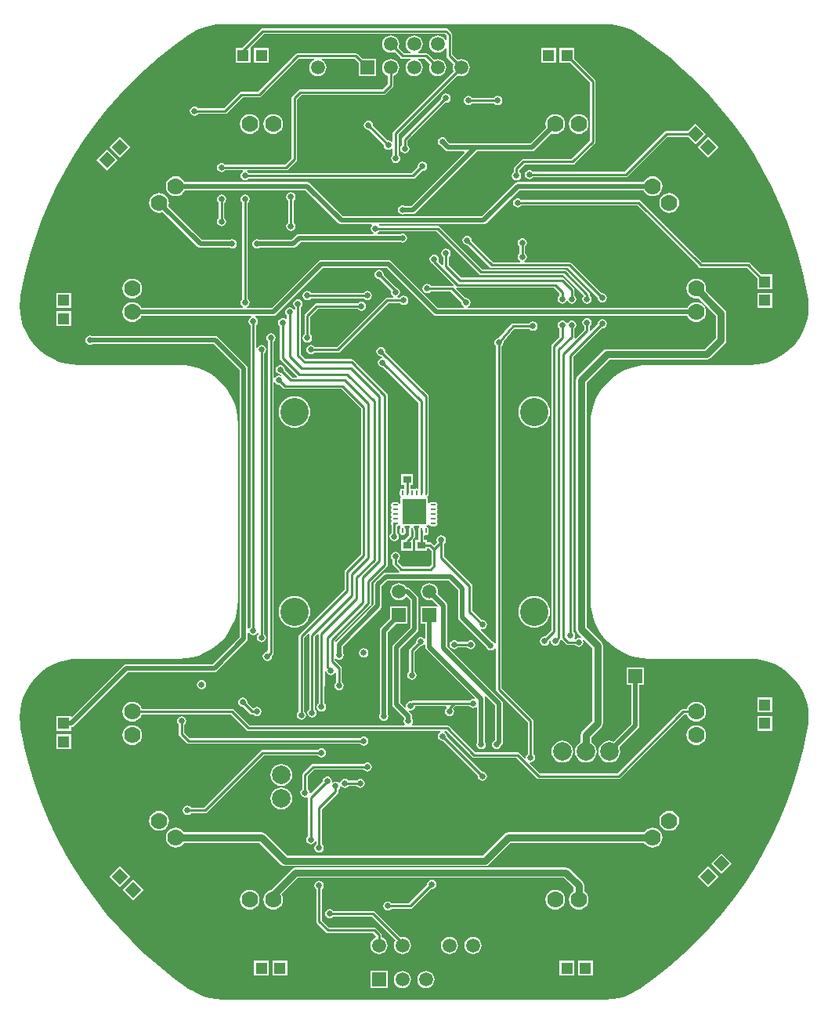
<source format=gbl>
%FSLAX25Y25*%
%MOIN*%
G70*
G01*
G75*
G04 Layer_Physical_Order=2*
G04 Layer_Color=13278208*
%ADD10R,0.06299X0.11811*%
%ADD11R,0.04921X0.21654*%
%ADD12R,0.03543X0.02756*%
%ADD13R,0.03150X0.01575*%
%ADD14R,0.01772X0.01772*%
%ADD15R,0.01575X0.01772*%
%ADD16R,0.06299X0.10630*%
G04:AMPARAMS|DCode=17|XSize=35.43mil|YSize=31.5mil|CornerRadius=0mil|HoleSize=0mil|Usage=FLASHONLY|Rotation=135.000|XOffset=0mil|YOffset=0mil|HoleType=Round|Shape=Rectangle|*
%AMROTATEDRECTD17*
4,1,4,0.02366,-0.00139,0.00139,-0.02366,-0.02366,0.00139,-0.00139,0.02366,0.02366,-0.00139,0.0*
%
%ADD17ROTATEDRECTD17*%

%ADD18R,0.09843X0.06693*%
%ADD19R,0.03543X0.03150*%
%ADD20R,0.06299X0.12992*%
%ADD21R,0.06299X0.05118*%
%ADD22R,0.03937X0.04331*%
%ADD23R,0.03150X0.03543*%
G04:AMPARAMS|DCode=24|XSize=35.43mil|YSize=31.5mil|CornerRadius=0mil|HoleSize=0mil|Usage=FLASHONLY|Rotation=225.000|XOffset=0mil|YOffset=0mil|HoleType=Round|Shape=Rectangle|*
%AMROTATEDRECTD24*
4,1,4,0.00139,0.02366,0.02366,0.00139,-0.00139,-0.02366,-0.02366,-0.00139,0.00139,0.02366,0.0*
%
%ADD24ROTATEDRECTD24*%

%ADD25O,0.01378X0.06693*%
%ADD26R,0.02756X0.03543*%
G04:AMPARAMS|DCode=27|XSize=35.43mil|YSize=27.56mil|CornerRadius=0mil|HoleSize=0mil|Usage=FLASHONLY|Rotation=315.000|XOffset=0mil|YOffset=0mil|HoleType=Round|Shape=Rectangle|*
%AMROTATEDRECTD27*
4,1,4,-0.02227,0.00278,-0.00278,0.02227,0.02227,-0.00278,0.00278,-0.02227,-0.02227,0.00278,0.0*
%
%ADD27ROTATEDRECTD27*%

G04:AMPARAMS|DCode=28|XSize=35.43mil|YSize=27.56mil|CornerRadius=0mil|HoleSize=0mil|Usage=FLASHONLY|Rotation=45.000|XOffset=0mil|YOffset=0mil|HoleType=Round|Shape=Rectangle|*
%AMROTATEDRECTD28*
4,1,4,-0.00278,-0.02227,-0.02227,-0.00278,0.00278,0.02227,0.02227,0.00278,-0.00278,-0.02227,0.0*
%
%ADD28ROTATEDRECTD28*%

G04:AMPARAMS|DCode=29|XSize=15.75mil|YSize=31.5mil|CornerRadius=0mil|HoleSize=0mil|Usage=FLASHONLY|Rotation=225.000|XOffset=0mil|YOffset=0mil|HoleType=Round|Shape=Rectangle|*
%AMROTATEDRECTD29*
4,1,4,-0.00557,0.01670,0.01670,-0.00557,0.00557,-0.01670,-0.01670,0.00557,-0.00557,0.01670,0.0*
%
%ADD29ROTATEDRECTD29*%

%ADD30R,0.01575X0.03150*%
%ADD31O,0.02165X0.06890*%
%ADD32O,0.06890X0.02165*%
%ADD33R,0.03937X0.03937*%
%ADD34R,0.03937X0.03937*%
%ADD35C,0.01000*%
%ADD36C,0.02000*%
%ADD37C,0.03000*%
%ADD38C,0.12000*%
%ADD39R,0.05906X0.05906*%
%ADD40C,0.05906*%
%ADD41R,0.05906X0.05906*%
%ADD42R,0.04921X0.04921*%
%ADD43P,0.06960X4X180.0*%
%ADD44R,0.04921X0.04921*%
%ADD45P,0.06960X4X270.0*%
%ADD46C,0.07000*%
%ADD47C,0.07874*%
%ADD48C,0.02500*%
%ADD49O,0.02362X0.00984*%
%ADD50O,0.00984X0.02362*%
%ADD51R,0.10236X0.10630*%
G36*
X81394Y207500D02*
Y207500D01*
X81433Y207537D01*
X84198Y207382D01*
X86966Y206912D01*
X89664Y206134D01*
X92258Y205060D01*
X94716Y203701D01*
X95431Y203194D01*
X95444Y203214D01*
X96099Y202787D01*
X102475Y198199D01*
X108633Y193322D01*
X114559Y188165D01*
X120240Y182740D01*
X125665Y177059D01*
X130822Y171133D01*
X135699Y164975D01*
X140287Y158599D01*
X144575Y152017D01*
X148555Y145245D01*
X152218Y138296D01*
X155556Y131185D01*
X158563Y123927D01*
X161230Y116539D01*
X163554Y109035D01*
X165529Y101432D01*
X167150Y93746D01*
X167465Y91812D01*
X167455Y91810D01*
X167454Y91810D01*
Y91810D01*
X167454Y91810D01*
X167454Y91810D01*
X167454D01*
X167454D01*
X167454D01*
X167454Y91810D01*
D01*
D01*
D01*
D01*
X167710Y90303D01*
X167868Y87500D01*
X167710Y84697D01*
X167240Y81928D01*
X166463Y79230D01*
X165388Y76636D01*
X164030Y74178D01*
X162405Y71888D01*
X160534Y69794D01*
X158440Y67923D01*
X156150Y66299D01*
X153693Y64940D01*
X151099Y63866D01*
X148400Y63088D01*
X145632Y62618D01*
X142829Y62461D01*
X100000Y62500D01*
Y62539D01*
X97196Y62382D01*
X94428Y61912D01*
X91730Y61134D01*
X89136Y60060D01*
X86678Y58701D01*
X84388Y57077D01*
X82294Y55206D01*
X80423Y53112D01*
X78799Y50822D01*
X77440Y48364D01*
X76366Y45770D01*
X75588Y43072D01*
X75118Y40304D01*
X74961Y37500D01*
X75000Y-37461D01*
X74961Y-37500D01*
X74961D01*
X75118Y-40304D01*
X75588Y-43072D01*
X76366Y-45770D01*
X77440Y-48364D01*
X78799Y-50822D01*
X80423Y-53112D01*
X82294Y-55206D01*
X84388Y-57077D01*
X86678Y-58701D01*
X89136Y-60060D01*
X91730Y-61134D01*
X94428Y-61912D01*
X97196Y-62382D01*
X100000Y-62539D01*
X142829Y-62500D01*
X142829Y-62500D01*
Y-62500D01*
X142868Y-62463D01*
X145632Y-62618D01*
X148400Y-63088D01*
X151099Y-63866D01*
X153693Y-64940D01*
X156150Y-66299D01*
X158440Y-67923D01*
X160534Y-69794D01*
X162405Y-71888D01*
X164030Y-74178D01*
X165388Y-76636D01*
X166463Y-79230D01*
X167240Y-81928D01*
X167710Y-84697D01*
X167868Y-87500D01*
X167710Y-90303D01*
X167454Y-91810D01*
X167454D01*
D01*
D01*
D01*
X167454Y-91810D01*
X167454Y-91810D01*
D01*
X167454D01*
X167454D01*
D01*
D01*
D01*
D01*
X167454D01*
X167454D01*
D01*
Y-91810D01*
Y-91810D01*
Y-91810D01*
D01*
D01*
D01*
D01*
X167454Y-91881D01*
X167150Y-93746D01*
X165529Y-101432D01*
X163554Y-109035D01*
X161230Y-116539D01*
X158563Y-123927D01*
X155556Y-131185D01*
X152218Y-138296D01*
X148555Y-145245D01*
X144575Y-152017D01*
X140287Y-158599D01*
X135699Y-164975D01*
X130822Y-171133D01*
X125665Y-177059D01*
X120240Y-182740D01*
X114559Y-188165D01*
X108633Y-193322D01*
X102475Y-198199D01*
X96099Y-202787D01*
X95444Y-203214D01*
X95431Y-203194D01*
X94716Y-203701D01*
X92258Y-205060D01*
X89664Y-206134D01*
X86966Y-206912D01*
X84198Y-207382D01*
X81394Y-207539D01*
X-81394Y-207500D01*
Y-207500D01*
X-81433Y-207537D01*
X-84198Y-207382D01*
X-86966Y-206912D01*
X-89664Y-206134D01*
X-92258Y-205060D01*
X-94716Y-203701D01*
X-95431Y-203194D01*
X-95444Y-203214D01*
X-96099Y-202787D01*
X-102475Y-198199D01*
X-108633Y-193322D01*
X-114559Y-188165D01*
X-120240Y-182740D01*
X-125665Y-177059D01*
X-130822Y-171133D01*
X-135699Y-164975D01*
X-140287Y-158599D01*
X-144576Y-152017D01*
X-148556Y-145245D01*
X-152218Y-138296D01*
X-155556Y-131185D01*
X-158563Y-123927D01*
X-161230Y-116539D01*
X-163554Y-109035D01*
X-165529Y-101432D01*
X-167150Y-93746D01*
X-167465Y-91812D01*
X-167455Y-91810D01*
X-167711Y-90303D01*
X-167868Y-87500D01*
X-167711Y-84697D01*
X-167240Y-81928D01*
X-166463Y-79230D01*
X-165388Y-76636D01*
X-164030Y-74178D01*
X-162405Y-71888D01*
X-160534Y-69794D01*
X-158440Y-67923D01*
X-156150Y-66299D01*
X-153693Y-64940D01*
X-151099Y-63866D01*
X-148400Y-63088D01*
X-145632Y-62618D01*
X-142829Y-62461D01*
X-100000Y-62500D01*
Y-62539D01*
X-97197Y-62382D01*
X-94428Y-61912D01*
X-91730Y-61134D01*
X-89136Y-60060D01*
X-86678Y-58701D01*
X-84388Y-57077D01*
X-82294Y-55206D01*
X-80423Y-53112D01*
X-78799Y-50822D01*
X-77440Y-48364D01*
X-76366Y-45770D01*
X-75589Y-43072D01*
X-75118Y-40304D01*
X-74961Y-37500D01*
X-75000Y37461D01*
X-74961Y37500D01*
X-74961D01*
X-75118Y40304D01*
X-75589Y43072D01*
X-76366Y45770D01*
X-77440Y48364D01*
X-78799Y50822D01*
X-80423Y53112D01*
X-82294Y55206D01*
X-84388Y57077D01*
X-86678Y58701D01*
X-89136Y60060D01*
X-91730Y61134D01*
X-94428Y61912D01*
X-97197Y62382D01*
X-100000Y62539D01*
X-142829Y62500D01*
X-142829Y62500D01*
Y62500D01*
X-142868Y62463D01*
X-145632Y62618D01*
X-148400Y63088D01*
X-151099Y63866D01*
X-153693Y64940D01*
X-156150Y66299D01*
X-158440Y67923D01*
X-160534Y69794D01*
X-162405Y71888D01*
X-164030Y74178D01*
X-165388Y76636D01*
X-166463Y79230D01*
X-167240Y81928D01*
X-167711Y84697D01*
X-167868Y87500D01*
X-167711Y90303D01*
X-167455Y91810D01*
X-167455D01*
D01*
X-167455D01*
D01*
D01*
D01*
X-167454Y91810D01*
X-167454Y91810D01*
X-167454Y91810D01*
D01*
D01*
D01*
D01*
D01*
Y91810D01*
X-167455Y91810D01*
D01*
D01*
D01*
D01*
D01*
X-167464Y91820D01*
X-167150Y93746D01*
X-165529Y101432D01*
X-163554Y109035D01*
X-161230Y116539D01*
X-158563Y123927D01*
X-155556Y131185D01*
X-152218Y138296D01*
X-148556Y145245D01*
X-144576Y152017D01*
X-140287Y158599D01*
X-135699Y164975D01*
X-130822Y171133D01*
X-125665Y177059D01*
X-120240Y182740D01*
X-114559Y188165D01*
X-108633Y193322D01*
X-102475Y198199D01*
X-96099Y202787D01*
X-95444Y203214D01*
X-95431Y203194D01*
X-94716Y203701D01*
X-92258Y205060D01*
X-89664Y206134D01*
X-86966Y206912D01*
X-84198Y207382D01*
X-81394Y207539D01*
X81394Y207500D01*
D02*
G37*
%LPC*%
G36*
X63000Y-97386D02*
X61790Y-97545D01*
X60662Y-98013D01*
X59693Y-98756D01*
X58950Y-99725D01*
X58482Y-100853D01*
X58323Y-102063D01*
X58482Y-103273D01*
X58950Y-104402D01*
X59693Y-105370D01*
X60662Y-106113D01*
X61790Y-106581D01*
X63000Y-106740D01*
X64210Y-106581D01*
X65338Y-106113D01*
X66307Y-105370D01*
X67050Y-104402D01*
X67518Y-103273D01*
X67677Y-102063D01*
X67518Y-100853D01*
X67050Y-99725D01*
X66307Y-98756D01*
X65338Y-98013D01*
X64210Y-97545D01*
X63000Y-97386D01*
D02*
G37*
G36*
X-20000Y-106512D02*
X-20761Y-106663D01*
X-21406Y-107094D01*
X-21528Y-107276D01*
X-43000D01*
X-43468Y-107370D01*
X-43865Y-107635D01*
X-47365Y-111135D01*
X-47630Y-111532D01*
X-47723Y-112000D01*
Y-117972D01*
X-47906Y-118094D01*
X-48337Y-118739D01*
X-48488Y-119500D01*
X-48337Y-120261D01*
X-47906Y-120906D01*
X-47261Y-121337D01*
X-46500Y-121488D01*
X-45739Y-121337D01*
X-45665Y-121287D01*
X-45224Y-121523D01*
Y-137972D01*
X-45406Y-138094D01*
X-45837Y-138739D01*
X-45988Y-139500D01*
X-45837Y-140261D01*
X-45406Y-140906D01*
X-44761Y-141337D01*
X-44000Y-141488D01*
X-43239Y-141337D01*
X-42594Y-140906D01*
X-42163Y-140261D01*
X-41671Y-140359D01*
Y-141472D01*
X-41853Y-141594D01*
X-42284Y-142239D01*
X-42435Y-143000D01*
X-42284Y-143761D01*
X-41853Y-144406D01*
X-41208Y-144837D01*
X-40447Y-144988D01*
X-39686Y-144837D01*
X-39041Y-144406D01*
X-38610Y-143761D01*
X-38459Y-143000D01*
X-38610Y-142239D01*
X-39041Y-141594D01*
X-39224Y-141472D01*
Y-126454D01*
X-32635Y-119865D01*
X-32370Y-119468D01*
X-32276Y-119000D01*
X-32276Y-119000D01*
X-32276Y-119000D01*
Y-119000D01*
Y-118278D01*
X-32094Y-118156D01*
X-31663Y-117511D01*
X-31524Y-116812D01*
X-31034Y-116715D01*
X-30906Y-116906D01*
X-30261Y-117337D01*
X-29500Y-117488D01*
X-28739Y-117337D01*
X-28094Y-116906D01*
X-27972Y-116724D01*
X-24528D01*
X-24406Y-116906D01*
X-23761Y-117337D01*
X-23000Y-117488D01*
X-22239Y-117337D01*
X-21594Y-116906D01*
X-21163Y-116261D01*
X-21012Y-115500D01*
X-21163Y-114739D01*
X-21594Y-114094D01*
X-22239Y-113663D01*
X-23000Y-113512D01*
X-23761Y-113663D01*
X-24406Y-114094D01*
X-24528Y-114277D01*
X-27972D01*
X-28094Y-114094D01*
X-28739Y-113663D01*
X-29500Y-113512D01*
X-30261Y-113663D01*
X-30906Y-114094D01*
X-31337Y-114739D01*
X-31476Y-115438D01*
X-31966Y-115535D01*
X-32094Y-115344D01*
X-32739Y-114913D01*
X-33500Y-114762D01*
X-34261Y-114913D01*
X-34679Y-115192D01*
X-35094Y-114914D01*
X-35012Y-114500D01*
X-35163Y-113739D01*
X-35594Y-113094D01*
X-36239Y-112663D01*
X-37000Y-112512D01*
X-37761Y-112663D01*
X-38406Y-113094D01*
X-38837Y-113739D01*
X-38988Y-114500D01*
X-38945Y-114715D01*
X-44097Y-119867D01*
X-44538Y-119631D01*
X-44512Y-119500D01*
X-44663Y-118739D01*
X-45094Y-118094D01*
X-45276Y-117972D01*
Y-112507D01*
X-42493Y-109723D01*
X-21528D01*
X-21406Y-109906D01*
X-20761Y-110337D01*
X-20000Y-110488D01*
X-19239Y-110337D01*
X-18594Y-109906D01*
X-18163Y-109261D01*
X-18012Y-108500D01*
X-18163Y-107739D01*
X-18594Y-107094D01*
X-19239Y-106663D01*
X-20000Y-106512D01*
D02*
G37*
G36*
X-146072Y-94713D02*
X-152393D01*
Y-101035D01*
X-146072D01*
Y-94713D01*
D02*
G37*
G36*
X-39500Y-100512D02*
X-40261Y-100663D01*
X-40906Y-101094D01*
X-41028Y-101277D01*
X-64500D01*
X-64968Y-101370D01*
X-65365Y-101635D01*
X-89507Y-125777D01*
X-94972D01*
X-95094Y-125594D01*
X-95739Y-125163D01*
X-96500Y-125012D01*
X-97261Y-125163D01*
X-97906Y-125594D01*
X-98337Y-126239D01*
X-98488Y-127000D01*
X-98337Y-127761D01*
X-97906Y-128406D01*
X-97261Y-128837D01*
X-96500Y-128988D01*
X-95739Y-128837D01*
X-95094Y-128406D01*
X-94972Y-128224D01*
X-89000D01*
X-88532Y-128130D01*
X-88135Y-127865D01*
X-88135Y-127865D01*
X-88135Y-127865D01*
X-63993Y-103724D01*
X-41028D01*
X-40906Y-103906D01*
X-40261Y-104337D01*
X-39500Y-104488D01*
X-38739Y-104337D01*
X-38094Y-103906D01*
X-37663Y-103261D01*
X-37512Y-102500D01*
X-37663Y-101739D01*
X-38094Y-101094D01*
X-38739Y-100663D01*
X-39500Y-100512D01*
D02*
G37*
G36*
X-56563Y-107323D02*
X-57774Y-107482D01*
X-58902Y-107950D01*
X-59870Y-108693D01*
X-60613Y-109661D01*
X-61081Y-110790D01*
X-61240Y-112000D01*
X-61081Y-113210D01*
X-60613Y-114339D01*
X-59870Y-115307D01*
X-58902Y-116050D01*
X-57774Y-116518D01*
X-56563Y-116677D01*
X-55352Y-116518D01*
X-54224Y-116050D01*
X-53256Y-115307D01*
X-52513Y-114339D01*
X-52045Y-113210D01*
X-51886Y-112000D01*
X-52045Y-110790D01*
X-52513Y-109661D01*
X-53256Y-108693D01*
X-54224Y-107950D01*
X-55352Y-107482D01*
X-56563Y-107323D01*
D02*
G37*
G36*
X-108536Y-127228D02*
X-109632Y-127373D01*
X-110654Y-127796D01*
X-111531Y-128469D01*
X-112204Y-129346D01*
X-112627Y-130368D01*
X-112772Y-131465D01*
X-112627Y-132561D01*
X-112204Y-133583D01*
X-111531Y-134460D01*
X-110654Y-135133D01*
X-109632Y-135556D01*
X-108536Y-135701D01*
X-107439Y-135556D01*
X-106417Y-135133D01*
X-105540Y-134460D01*
X-104867Y-133583D01*
X-104444Y-132561D01*
X-104299Y-131465D01*
X-104444Y-130368D01*
X-104867Y-129346D01*
X-105540Y-128469D01*
X-106417Y-127796D01*
X-107439Y-127373D01*
X-108536Y-127228D01*
D02*
G37*
G36*
X-101464Y-134299D02*
X-102561Y-134444D01*
X-103583Y-134867D01*
X-104460Y-135540D01*
X-105133Y-136417D01*
X-105556Y-137439D01*
X-105701Y-138535D01*
X-105556Y-139632D01*
X-105133Y-140654D01*
X-104460Y-141531D01*
X-103583Y-142204D01*
X-102561Y-142627D01*
X-101464Y-142772D01*
X-100368Y-142627D01*
X-99346Y-142204D01*
X-98469Y-141531D01*
X-97892Y-140779D01*
X-65894D01*
X-56586Y-150086D01*
X-56586Y-150086D01*
X-56586D01*
X-56586Y-150086D01*
X-56586D01*
X-56586Y-150086D01*
Y-150086D01*
Y-150086D01*
D01*
D01*
X-56586D01*
Y-150086D01*
X-55858Y-150572D01*
X-55000Y-150743D01*
X30000D01*
X30858Y-150572D01*
X31586Y-150086D01*
X31586Y-150086D01*
X31586Y-150086D01*
X40894Y-140779D01*
X97892D01*
X98469Y-141531D01*
X99346Y-142204D01*
X100368Y-142627D01*
X101464Y-142772D01*
X102561Y-142627D01*
X103583Y-142204D01*
X104460Y-141531D01*
X105133Y-140654D01*
X105556Y-139632D01*
X105701Y-138535D01*
X105556Y-137439D01*
X105133Y-136417D01*
X104460Y-135540D01*
X103583Y-134867D01*
X102561Y-134444D01*
X101464Y-134299D01*
X100368Y-134444D01*
X99346Y-134867D01*
X98469Y-135540D01*
X97892Y-136292D01*
X39965D01*
X39106Y-136463D01*
X38378Y-136949D01*
X29071Y-146257D01*
X-54071D01*
X-63378Y-136949D01*
X-64106Y-136463D01*
X-64964Y-136292D01*
X-97892D01*
X-98469Y-135540D01*
X-99346Y-134867D01*
X-100368Y-134444D01*
X-101464Y-134299D01*
D02*
G37*
G36*
X-56563Y-117323D02*
X-57774Y-117482D01*
X-58902Y-117950D01*
X-59870Y-118693D01*
X-60613Y-119661D01*
X-61081Y-120790D01*
X-61240Y-122000D01*
X-61081Y-123211D01*
X-60613Y-124338D01*
X-59870Y-125307D01*
X-58902Y-126050D01*
X-57774Y-126518D01*
X-56563Y-126677D01*
X-55352Y-126518D01*
X-54224Y-126050D01*
X-53256Y-125307D01*
X-52513Y-124338D01*
X-52045Y-123211D01*
X-51886Y-122000D01*
X-52045Y-120790D01*
X-52513Y-119661D01*
X-53256Y-118693D01*
X-54224Y-117950D01*
X-55352Y-117482D01*
X-56563Y-117323D01*
D02*
G37*
G36*
X108536Y-127228D02*
X107439Y-127373D01*
X106417Y-127796D01*
X105540Y-128469D01*
X104867Y-129346D01*
X104444Y-130368D01*
X104299Y-131465D01*
X104444Y-132561D01*
X104867Y-133583D01*
X105540Y-134460D01*
X106417Y-135133D01*
X107439Y-135556D01*
X108536Y-135701D01*
X109632Y-135556D01*
X110654Y-135133D01*
X111531Y-134460D01*
X112204Y-133583D01*
X112627Y-132561D01*
X112772Y-131465D01*
X112627Y-130368D01*
X112204Y-129346D01*
X111531Y-128469D01*
X110654Y-127796D01*
X109632Y-127373D01*
X108536Y-127228D01*
D02*
G37*
G36*
X-99000Y-87012D02*
X-99761Y-87163D01*
X-100406Y-87594D01*
X-100837Y-88239D01*
X-100988Y-89000D01*
X-100837Y-89761D01*
X-100406Y-90406D01*
X-100224Y-90528D01*
Y-94500D01*
X-100224Y-94500D01*
X-100224D01*
X-100130Y-94968D01*
X-99865Y-95365D01*
X-96865Y-98365D01*
X-96468Y-98630D01*
X-96000Y-98724D01*
X-23028D01*
X-22906Y-98906D01*
X-22261Y-99337D01*
X-21500Y-99488D01*
X-20739Y-99337D01*
X-20094Y-98906D01*
X-19663Y-98261D01*
X-19512Y-97500D01*
X-19663Y-96739D01*
X-20094Y-96094D01*
X-20739Y-95663D01*
X-21500Y-95512D01*
X-22261Y-95663D01*
X-22906Y-96094D01*
X-23028Y-96276D01*
X-95493D01*
X-97777Y-93993D01*
Y-90528D01*
X-97594Y-90406D01*
X-97163Y-89761D01*
X-97012Y-89000D01*
X-97163Y-88239D01*
X-97594Y-87594D01*
X-98239Y-87163D01*
X-99000Y-87012D01*
D02*
G37*
G36*
X152393Y-78965D02*
X146072D01*
Y-85287D01*
X152393D01*
Y-78965D01*
D02*
G37*
G36*
X-73000Y-79012D02*
X-73761Y-79163D01*
X-74406Y-79594D01*
X-74837Y-80239D01*
X-74988Y-81000D01*
X-74837Y-81761D01*
X-74406Y-82406D01*
X-73761Y-82837D01*
X-73000Y-82988D01*
X-72785Y-82945D01*
X-69865Y-85865D01*
X-69468Y-86130D01*
X-69468Y-86130D01*
X-69468Y-86130D01*
D01*
X-69468Y-86130D01*
X-69468Y-86130D01*
X-69000Y-86224D01*
X-68528D01*
X-68406Y-86406D01*
X-67761Y-86837D01*
X-67000Y-86988D01*
X-66239Y-86837D01*
X-65594Y-86406D01*
X-65163Y-85761D01*
X-65012Y-85000D01*
X-65163Y-84239D01*
X-65594Y-83594D01*
X-66239Y-83163D01*
X-67000Y-83012D01*
X-67761Y-83163D01*
X-68406Y-83594D01*
X-68651Y-83618D01*
X-71055Y-81215D01*
X-71012Y-81000D01*
X-71163Y-80239D01*
X-71594Y-79594D01*
X-72239Y-79163D01*
X-73000Y-79012D01*
D02*
G37*
G36*
X-21500Y-58012D02*
X-22261Y-58163D01*
X-22906Y-58594D01*
X-23337Y-59239D01*
X-23488Y-60000D01*
X-23337Y-60761D01*
X-22906Y-61406D01*
X-22261Y-61837D01*
X-21500Y-61988D01*
X-20739Y-61837D01*
X-20094Y-61406D01*
X-19663Y-60761D01*
X-19512Y-60000D01*
X-19663Y-59239D01*
X-20094Y-58594D01*
X-20739Y-58163D01*
X-21500Y-58012D01*
D02*
G37*
G36*
X-90453Y-71559D02*
X-91214Y-71710D01*
X-91859Y-72141D01*
X-92290Y-72786D01*
X-92441Y-73547D01*
X-92290Y-74308D01*
X-91859Y-74953D01*
X-91214Y-75384D01*
X-90453Y-75535D01*
X-89692Y-75384D01*
X-89047Y-74953D01*
X-88616Y-74308D01*
X-88465Y-73547D01*
X-88616Y-72786D01*
X-89047Y-72141D01*
X-89692Y-71710D01*
X-90453Y-71559D01*
D02*
G37*
G36*
X-2847Y-40347D02*
X-10153D01*
Y-45202D01*
X-14226Y-49274D01*
X-14601Y-49837D01*
X-14733Y-50500D01*
Y-86084D01*
X-14837Y-86239D01*
X-14988Y-87000D01*
X-14837Y-87761D01*
X-14406Y-88406D01*
X-13761Y-88837D01*
X-13000Y-88988D01*
X-12239Y-88837D01*
X-11594Y-88406D01*
X-11163Y-87761D01*
X-11012Y-87000D01*
X-11163Y-86239D01*
X-11267Y-86084D01*
Y-51218D01*
X-7701Y-47653D01*
X-2847D01*
Y-40347D01*
D02*
G37*
G36*
X120000Y-90764D02*
X118904Y-90908D01*
X117882Y-91331D01*
X117005Y-92005D01*
X116331Y-92882D01*
X115908Y-93904D01*
X115764Y-95000D01*
X115908Y-96096D01*
X116331Y-97118D01*
X117005Y-97996D01*
X117882Y-98669D01*
X118904Y-99092D01*
X120000Y-99236D01*
X121096Y-99092D01*
X122118Y-98669D01*
X122995Y-97996D01*
X123669Y-97118D01*
X124092Y-96096D01*
X124236Y-95000D01*
X124092Y-93904D01*
X123669Y-92882D01*
X122995Y-92005D01*
X122118Y-91331D01*
X121096Y-90908D01*
X120000Y-90764D01*
D02*
G37*
G36*
X-120000D02*
X-121096Y-90908D01*
X-122118Y-91331D01*
X-122995Y-92005D01*
X-123669Y-92882D01*
X-124092Y-93904D01*
X-124236Y-95000D01*
X-124092Y-96096D01*
X-123669Y-97118D01*
X-122995Y-97996D01*
X-122118Y-98669D01*
X-121096Y-99092D01*
X-120000Y-99236D01*
X-118904Y-99092D01*
X-117882Y-98669D01*
X-117005Y-97996D01*
X-116331Y-97118D01*
X-115908Y-96096D01*
X-115764Y-95000D01*
X-115908Y-93904D01*
X-116331Y-92882D01*
X-117005Y-92005D01*
X-117882Y-91331D01*
X-118904Y-90908D01*
X-120000Y-90764D01*
D02*
G37*
G36*
X152393Y-86839D02*
X146072D01*
Y-93161D01*
X152393D01*
Y-86839D01*
D02*
G37*
G36*
X97653Y-66347D02*
X90347D01*
Y-73653D01*
X92267D01*
Y-90345D01*
X84816Y-97796D01*
X84210Y-97545D01*
X83000Y-97386D01*
X81789Y-97545D01*
X80661Y-98013D01*
X79693Y-98756D01*
X78950Y-99725D01*
X78482Y-100853D01*
X78323Y-102063D01*
X78482Y-103273D01*
X78950Y-104402D01*
X79693Y-105370D01*
X80661Y-106113D01*
X81789Y-106581D01*
X83000Y-106740D01*
X84210Y-106581D01*
X85338Y-106113D01*
X86307Y-105370D01*
X87050Y-104402D01*
X87518Y-103273D01*
X87677Y-102063D01*
X87518Y-100853D01*
X87267Y-100247D01*
X95226Y-92289D01*
X95601Y-91726D01*
X95733Y-91063D01*
Y-73653D01*
X97653D01*
Y-66347D01*
D02*
G37*
G36*
X76035Y-191072D02*
X69713D01*
Y-197393D01*
X76035D01*
Y-191072D01*
D02*
G37*
G36*
X68161D02*
X61839D01*
Y-197393D01*
X68161D01*
Y-191072D01*
D02*
G37*
G36*
X-36000Y-169012D02*
X-36761Y-169163D01*
X-37406Y-169594D01*
X-37837Y-170239D01*
X-37988Y-171000D01*
X-37837Y-171761D01*
X-37406Y-172406D01*
X-36761Y-172837D01*
X-36000Y-172988D01*
X-35239Y-172837D01*
X-34594Y-172406D01*
X-34472Y-172223D01*
X-18007D01*
X-7922Y-182308D01*
X-8191Y-182658D01*
X-8559Y-183546D01*
X-8684Y-184500D01*
X-8559Y-185454D01*
X-8191Y-186342D01*
X-7605Y-187105D01*
X-6842Y-187691D01*
X-5954Y-188059D01*
X-5000Y-188184D01*
X-4046Y-188059D01*
X-3158Y-187691D01*
X-2395Y-187105D01*
X-1809Y-186342D01*
X-1441Y-185454D01*
X-1316Y-184500D01*
X-1441Y-183546D01*
X-1809Y-182658D01*
X-2395Y-181895D01*
X-3158Y-181309D01*
X-4046Y-180941D01*
X-5000Y-180816D01*
X-5843Y-180927D01*
X-16635Y-170135D01*
X-17032Y-169870D01*
X-17500Y-169776D01*
X-34472D01*
X-34594Y-169594D01*
X-35239Y-169163D01*
X-36000Y-169012D01*
D02*
G37*
G36*
X-40447Y-157012D02*
X-41208Y-157163D01*
X-41853Y-157594D01*
X-42284Y-158239D01*
X-42435Y-159000D01*
X-42284Y-159761D01*
X-41853Y-160406D01*
X-41671Y-160528D01*
Y-174276D01*
X-41671Y-174276D01*
X-41671D01*
X-41577Y-174745D01*
X-41312Y-175142D01*
X-37589Y-178865D01*
X-37192Y-179130D01*
X-36724Y-179224D01*
X-17507D01*
X-16224Y-180507D01*
Y-181053D01*
X-16842Y-181309D01*
X-17605Y-181895D01*
X-18191Y-182658D01*
X-18559Y-183546D01*
X-18684Y-184500D01*
X-18559Y-185454D01*
X-18191Y-186342D01*
X-17605Y-187105D01*
X-16842Y-187691D01*
X-15954Y-188059D01*
X-15000Y-188184D01*
X-14046Y-188059D01*
X-13158Y-187691D01*
X-12395Y-187105D01*
X-11809Y-186342D01*
X-11441Y-185454D01*
X-11316Y-184500D01*
X-11441Y-183546D01*
X-11809Y-182658D01*
X-12395Y-181895D01*
X-13158Y-181309D01*
X-13777Y-181053D01*
Y-180000D01*
X-13870Y-179532D01*
X-14135Y-179135D01*
X-16135Y-177135D01*
X-16532Y-176870D01*
X-17000Y-176777D01*
X-36217D01*
X-39224Y-173770D01*
Y-160528D01*
X-39041Y-160406D01*
X-38610Y-159761D01*
X-38459Y-159000D01*
X-38610Y-158239D01*
X-39041Y-157594D01*
X-39686Y-157163D01*
X-40447Y-157012D01*
D02*
G37*
G36*
X-53965Y-191072D02*
X-60287D01*
Y-197393D01*
X-53965D01*
Y-191072D01*
D02*
G37*
G36*
X5000Y-195316D02*
X4046Y-195441D01*
X3158Y-195809D01*
X2395Y-196395D01*
X1809Y-197158D01*
X1441Y-198046D01*
X1316Y-199000D01*
X1441Y-199954D01*
X1809Y-200842D01*
X2395Y-201605D01*
X3158Y-202191D01*
X4046Y-202559D01*
X5000Y-202684D01*
X5954Y-202559D01*
X6842Y-202191D01*
X7605Y-201605D01*
X8191Y-200842D01*
X8559Y-199954D01*
X8684Y-199000D01*
X8559Y-198046D01*
X8191Y-197158D01*
X7605Y-196395D01*
X6842Y-195809D01*
X5954Y-195441D01*
X5000Y-195316D01*
D02*
G37*
G36*
X-5000D02*
X-5954Y-195441D01*
X-6842Y-195809D01*
X-7605Y-196395D01*
X-8191Y-197158D01*
X-8559Y-198046D01*
X-8684Y-199000D01*
X-8559Y-199954D01*
X-8191Y-200842D01*
X-7605Y-201605D01*
X-6842Y-202191D01*
X-5954Y-202559D01*
X-5000Y-202684D01*
X-4046Y-202559D01*
X-3158Y-202191D01*
X-2395Y-201605D01*
X-1809Y-200842D01*
X-1441Y-199954D01*
X-1316Y-199000D01*
X-1441Y-198046D01*
X-1809Y-197158D01*
X-2395Y-196395D01*
X-3158Y-195809D01*
X-4046Y-195441D01*
X-5000Y-195316D01*
D02*
G37*
G36*
X-61839Y-191072D02*
X-68161D01*
Y-197393D01*
X-61839D01*
Y-191072D01*
D02*
G37*
G36*
X-11347Y-195347D02*
X-18653D01*
Y-202653D01*
X-11347D01*
Y-195347D01*
D02*
G37*
G36*
X15000Y-180816D02*
X14046Y-180941D01*
X13158Y-181309D01*
X12395Y-181895D01*
X11809Y-182658D01*
X11441Y-183546D01*
X11316Y-184500D01*
X11441Y-185454D01*
X11809Y-186342D01*
X12395Y-187105D01*
X13158Y-187691D01*
X14046Y-188059D01*
X15000Y-188184D01*
X15954Y-188059D01*
X16842Y-187691D01*
X17605Y-187105D01*
X18191Y-186342D01*
X18559Y-185454D01*
X18684Y-184500D01*
X18559Y-183546D01*
X18191Y-182658D01*
X17605Y-181895D01*
X16842Y-181309D01*
X15954Y-180941D01*
X15000Y-180816D01*
D02*
G37*
G36*
X-125189Y-150720D02*
X-129659Y-155189D01*
X-125189Y-159659D01*
X-120720Y-155189D01*
X-125189Y-150720D01*
D02*
G37*
G36*
X7500Y-156512D02*
X6739Y-156663D01*
X6094Y-157094D01*
X5663Y-157739D01*
X5512Y-158500D01*
X5555Y-158715D01*
X-2255Y-166525D01*
X-9720D01*
X-9842Y-166342D01*
X-10487Y-165911D01*
X-11248Y-165760D01*
X-12009Y-165911D01*
X-12654Y-166342D01*
X-13085Y-166987D01*
X-13236Y-167748D01*
X-13085Y-168509D01*
X-12654Y-169154D01*
X-12009Y-169585D01*
X-11248Y-169736D01*
X-10487Y-169585D01*
X-9842Y-169154D01*
X-9720Y-168972D01*
X-1748D01*
X-1280Y-168878D01*
X-883Y-168613D01*
X-883Y-168613D01*
X-883Y-168613D01*
X7285Y-160445D01*
X7500Y-160488D01*
X8261Y-160337D01*
X8906Y-159906D01*
X9337Y-159261D01*
X9488Y-158500D01*
X9337Y-157739D01*
X8906Y-157094D01*
X8261Y-156663D01*
X7500Y-156512D01*
D02*
G37*
G36*
X130757Y-145152D02*
X126287Y-149622D01*
X130757Y-154091D01*
X135227Y-149622D01*
X130757Y-145152D01*
D02*
G37*
G36*
X125189Y-150720D02*
X120720Y-155189D01*
X125189Y-159659D01*
X129659Y-155189D01*
X125189Y-150720D01*
D02*
G37*
G36*
X-119622Y-156287D02*
X-124091Y-160757D01*
X-119622Y-165227D01*
X-115152Y-160757D01*
X-119622Y-156287D01*
D02*
G37*
G36*
X-70000Y-160764D02*
X-71096Y-160908D01*
X-72118Y-161331D01*
X-72996Y-162004D01*
X-73669Y-162882D01*
X-74092Y-163904D01*
X-74236Y-165000D01*
X-74092Y-166096D01*
X-73669Y-167118D01*
X-72996Y-167996D01*
X-72118Y-168669D01*
X-71096Y-169092D01*
X-70000Y-169236D01*
X-68904Y-169092D01*
X-67882Y-168669D01*
X-67005Y-167996D01*
X-66331Y-167118D01*
X-65908Y-166096D01*
X-65764Y-165000D01*
X-65908Y-163904D01*
X-66331Y-162882D01*
X-67005Y-162004D01*
X-67882Y-161331D01*
X-68904Y-160908D01*
X-70000Y-160764D01*
D02*
G37*
G36*
X25000Y-180816D02*
X24046Y-180941D01*
X23158Y-181309D01*
X22395Y-181895D01*
X21809Y-182658D01*
X21441Y-183546D01*
X21316Y-184500D01*
X21441Y-185454D01*
X21809Y-186342D01*
X22395Y-187105D01*
X23158Y-187691D01*
X24046Y-188059D01*
X25000Y-188184D01*
X25954Y-188059D01*
X26842Y-187691D01*
X27605Y-187105D01*
X28191Y-186342D01*
X28559Y-185454D01*
X28684Y-184500D01*
X28559Y-183546D01*
X28191Y-182658D01*
X27605Y-181895D01*
X26842Y-181309D01*
X25954Y-180941D01*
X25000Y-180816D01*
D02*
G37*
G36*
X64500Y-151257D02*
X-50500D01*
X-51358Y-151428D01*
X-52086Y-151914D01*
X-61078Y-160906D01*
X-61096Y-160908D01*
X-62118Y-161331D01*
X-62995Y-162004D01*
X-63669Y-162882D01*
X-64092Y-163904D01*
X-64236Y-165000D01*
X-64092Y-166096D01*
X-63669Y-167118D01*
X-62995Y-167996D01*
X-62118Y-168669D01*
X-61096Y-169092D01*
X-60000Y-169236D01*
X-58904Y-169092D01*
X-57882Y-168669D01*
X-57004Y-167996D01*
X-56331Y-167118D01*
X-55908Y-166096D01*
X-55764Y-165000D01*
X-55908Y-163904D01*
X-56331Y-162882D01*
X-56496Y-162668D01*
X-49571Y-155743D01*
X63571D01*
X67757Y-159929D01*
Y-161427D01*
X67005Y-162004D01*
X66331Y-162882D01*
X65908Y-163904D01*
X65764Y-165000D01*
X65908Y-166096D01*
X66331Y-167118D01*
X67005Y-167996D01*
X67882Y-168669D01*
X68904Y-169092D01*
X70000Y-169236D01*
X71096Y-169092D01*
X72118Y-168669D01*
X72996Y-167996D01*
X73669Y-167118D01*
X74092Y-166096D01*
X74236Y-165000D01*
X74092Y-163904D01*
X73669Y-162882D01*
X72996Y-162004D01*
X72243Y-161427D01*
Y-159000D01*
X72072Y-158142D01*
X71586Y-157414D01*
X66086Y-151914D01*
X65358Y-151428D01*
X64500Y-151257D01*
D02*
G37*
G36*
X60000Y-160764D02*
X58904Y-160908D01*
X57882Y-161331D01*
X57004Y-162004D01*
X56331Y-162882D01*
X55908Y-163904D01*
X55764Y-165000D01*
X55908Y-166096D01*
X56331Y-167118D01*
X57004Y-167996D01*
X57882Y-168669D01*
X58904Y-169092D01*
X60000Y-169236D01*
X61096Y-169092D01*
X62118Y-168669D01*
X62995Y-167996D01*
X63669Y-167118D01*
X64092Y-166096D01*
X64236Y-165000D01*
X64092Y-163904D01*
X63669Y-162882D01*
X62995Y-162004D01*
X62118Y-161331D01*
X61096Y-160908D01*
X60000Y-160764D01*
D02*
G37*
G36*
X24000Y-54512D02*
X23239Y-54663D01*
X22594Y-55094D01*
X22472Y-55277D01*
X18528D01*
X18406Y-55094D01*
X17761Y-54663D01*
X17000Y-54512D01*
X16239Y-54663D01*
X15594Y-55094D01*
X15163Y-55739D01*
X15012Y-56500D01*
X15163Y-57261D01*
X15594Y-57906D01*
X16239Y-58337D01*
X17000Y-58488D01*
X17761Y-58337D01*
X18406Y-57906D01*
X18528Y-57723D01*
X22472D01*
X22594Y-57906D01*
X23239Y-58337D01*
X24000Y-58488D01*
X24761Y-58337D01*
X25406Y-57906D01*
X25837Y-57261D01*
X25988Y-56500D01*
X25837Y-55739D01*
X25406Y-55094D01*
X24761Y-54663D01*
X24000Y-54512D01*
D02*
G37*
G36*
X119622Y165227D02*
X116375Y161981D01*
X107257D01*
X106789Y161888D01*
X106630Y161781D01*
X106392Y161622D01*
X89493Y144723D01*
X50528D01*
X50406Y144906D01*
X49761Y145337D01*
X49000Y145488D01*
X48239Y145337D01*
X47594Y144906D01*
X47163Y144261D01*
X47012Y143500D01*
X47163Y142739D01*
X47594Y142094D01*
X48239Y141663D01*
X49000Y141512D01*
X49761Y141663D01*
X50406Y142094D01*
X50528Y142277D01*
X90000D01*
X90468Y142370D01*
X90865Y142635D01*
X107764Y159534D01*
X116375D01*
X119622Y156287D01*
X124091Y160757D01*
X119622Y165227D01*
D02*
G37*
G36*
X125189Y159659D02*
X120720Y155189D01*
X125189Y150720D01*
X129659Y155189D01*
X125189Y159659D01*
D02*
G37*
G36*
X-60000Y169236D02*
X-61096Y169092D01*
X-62118Y168669D01*
X-62995Y167996D01*
X-63669Y167118D01*
X-64092Y166096D01*
X-64236Y165000D01*
X-64092Y163904D01*
X-63669Y162882D01*
X-62995Y162004D01*
X-62118Y161331D01*
X-61096Y160908D01*
X-60000Y160764D01*
X-58904Y160908D01*
X-57882Y161331D01*
X-57004Y162004D01*
X-56331Y162882D01*
X-55908Y163904D01*
X-55764Y165000D01*
X-55908Y166096D01*
X-56331Y167118D01*
X-57004Y167996D01*
X-57882Y168669D01*
X-58904Y169092D01*
X-60000Y169236D01*
D02*
G37*
G36*
X-70000D02*
X-71096Y169092D01*
X-72118Y168669D01*
X-72996Y167996D01*
X-73669Y167118D01*
X-74092Y166096D01*
X-74236Y165000D01*
X-74092Y163904D01*
X-73669Y162882D01*
X-72996Y162004D01*
X-72118Y161331D01*
X-71096Y160908D01*
X-70000Y160764D01*
X-68904Y160908D01*
X-67882Y161331D01*
X-67005Y162004D01*
X-66331Y162882D01*
X-65908Y163904D01*
X-65764Y165000D01*
X-65908Y166096D01*
X-66331Y167118D01*
X-67005Y167996D01*
X-67882Y168669D01*
X-68904Y169092D01*
X-70000Y169236D01*
D02*
G37*
G36*
X-125189Y159659D02*
X-129659Y155189D01*
X-125189Y150720D01*
X-120720Y155189D01*
X-125189Y159659D01*
D02*
G37*
G36*
X108536Y135701D02*
X107439Y135556D01*
X106417Y135133D01*
X105540Y134460D01*
X104867Y133583D01*
X104444Y132561D01*
X104299Y131465D01*
X104444Y130368D01*
X104867Y129346D01*
X105540Y128469D01*
X106417Y127796D01*
X107439Y127373D01*
X108536Y127228D01*
X109632Y127373D01*
X110654Y127796D01*
X111531Y128469D01*
X112204Y129346D01*
X112627Y130368D01*
X112772Y131465D01*
X112627Y132561D01*
X112204Y133583D01*
X111531Y134460D01*
X110654Y135133D01*
X109632Y135556D01*
X108536Y135701D01*
D02*
G37*
G36*
X101464Y142772D02*
X100368Y142627D01*
X99346Y142204D01*
X98469Y141531D01*
X97796Y140654D01*
X97636Y140269D01*
X44036D01*
X43372Y140137D01*
X42810Y139761D01*
X28782Y125733D01*
X-30282D01*
X-44310Y139761D01*
X-44872Y140137D01*
X-45535Y140269D01*
X-97636D01*
X-97796Y140654D01*
X-98469Y141531D01*
X-99346Y142204D01*
X-100368Y142627D01*
X-101464Y142772D01*
X-102561Y142627D01*
X-103583Y142204D01*
X-104460Y141531D01*
X-105133Y140654D01*
X-105556Y139632D01*
X-105701Y138535D01*
X-105556Y137439D01*
X-105133Y136417D01*
X-104460Y135540D01*
X-103583Y134867D01*
X-102561Y134444D01*
X-101464Y134299D01*
X-100368Y134444D01*
X-99346Y134867D01*
X-98469Y135540D01*
X-97796Y136417D01*
X-97636Y136802D01*
X-46253D01*
X-32226Y122774D01*
X-32226Y122774D01*
X-32226D01*
X-32226Y122774D01*
X-32226D01*
X-32226Y122774D01*
Y122774D01*
Y122774D01*
D01*
D01*
X-32226D01*
Y122774D01*
X-31663Y122399D01*
X-31000Y122267D01*
X-18195D01*
X-17959Y121826D01*
X-18337Y121261D01*
X-18488Y120500D01*
X-18337Y119739D01*
X-17906Y119094D01*
X-17334Y118712D01*
X-17479Y118233D01*
X-49000D01*
X-49663Y118101D01*
X-50226Y117726D01*
X-52218Y115733D01*
X-66084D01*
X-66239Y115837D01*
X-67000Y115988D01*
X-67761Y115837D01*
X-68406Y115406D01*
X-68837Y114761D01*
X-68988Y114000D01*
X-68837Y113239D01*
X-68406Y112594D01*
X-67761Y112163D01*
X-67000Y112012D01*
X-66239Y112163D01*
X-66084Y112267D01*
X-51500D01*
X-50837Y112399D01*
X-50274Y112774D01*
X-50274Y112774D01*
X-50274Y112774D01*
X-48282Y114767D01*
X-5916D01*
X-5761Y114663D01*
X-5000Y114512D01*
X-4239Y114663D01*
X-3594Y115094D01*
X-3163Y115739D01*
X-3012Y116500D01*
X-3163Y117261D01*
X-3594Y117906D01*
X-4239Y118337D01*
X-5000Y118488D01*
X-5761Y118337D01*
X-5916Y118233D01*
X-15521D01*
X-15666Y118712D01*
X-15094Y119094D01*
X-14972Y119276D01*
X9493D01*
X27635Y101135D01*
X28032Y100870D01*
X28500Y100777D01*
X63493D01*
X72118Y92151D01*
X72094Y91906D01*
X71663Y91261D01*
X71512Y90500D01*
X71663Y89739D01*
X72094Y89094D01*
X72739Y88663D01*
X73500Y88512D01*
X74261Y88663D01*
X74906Y89094D01*
X75337Y89739D01*
X75488Y90500D01*
X75337Y91261D01*
X74906Y91906D01*
X74724Y92028D01*
Y92500D01*
X74630Y92968D01*
X74365Y93365D01*
X64865Y102865D01*
X64468Y103130D01*
X64000Y103224D01*
X29007D01*
X10865Y121365D01*
X10468Y121630D01*
X10000Y121723D01*
X-14730D01*
X-15028Y122125D01*
X-14985Y122267D01*
X29500D01*
X30163Y122399D01*
X30726Y122774D01*
X30726Y122774D01*
X30726Y122774D01*
X44754Y136802D01*
X97636D01*
X97796Y136417D01*
X98469Y135540D01*
X99346Y134867D01*
X100368Y134444D01*
X101464Y134299D01*
X102561Y134444D01*
X103583Y134867D01*
X104460Y135540D01*
X105133Y136417D01*
X105556Y137439D01*
X105701Y138535D01*
X105556Y139632D01*
X105133Y140654D01*
X104460Y141531D01*
X103583Y142204D01*
X102561Y142627D01*
X101464Y142772D01*
D02*
G37*
G36*
X-130757Y154091D02*
X-135227Y149622D01*
X-130757Y145152D01*
X-126287Y149622D01*
X-130757Y154091D01*
D02*
G37*
G36*
X68161Y197393D02*
X61839D01*
Y191072D01*
X66430D01*
X74777Y182726D01*
Y158007D01*
X66993Y150224D01*
X46500D01*
X46032Y150130D01*
X45635Y149865D01*
X42635Y146865D01*
X42370Y146468D01*
X42276Y146000D01*
Y144528D01*
X42094Y144406D01*
X41663Y143761D01*
X41512Y143000D01*
X41663Y142239D01*
X42094Y141594D01*
X42739Y141163D01*
X43500Y141012D01*
X44261Y141163D01*
X44906Y141594D01*
X45337Y142239D01*
X45488Y143000D01*
X45337Y143761D01*
X44906Y144406D01*
X44723Y144528D01*
Y145493D01*
X47007Y147776D01*
X67500D01*
X67968Y147870D01*
X68365Y148135D01*
X76865Y156635D01*
X77024Y156873D01*
X77130Y157032D01*
X77223Y157500D01*
Y183232D01*
X77130Y183701D01*
X76865Y184097D01*
X68161Y192802D01*
Y197393D01*
D02*
G37*
G36*
X60000Y169236D02*
X58904Y169092D01*
X57882Y168669D01*
X57004Y167996D01*
X56331Y167118D01*
X55908Y166096D01*
X55764Y165000D01*
X55908Y163904D01*
X56068Y163519D01*
X49282Y156733D01*
X15218D01*
X13873Y158078D01*
X13837Y158261D01*
X13406Y158906D01*
X12761Y159337D01*
X12000Y159488D01*
X11239Y159337D01*
X10594Y158906D01*
X10163Y158261D01*
X10012Y157500D01*
X10163Y156739D01*
X10594Y156094D01*
X11239Y155663D01*
X11422Y155627D01*
X13274Y153774D01*
X13837Y153399D01*
X14500Y153267D01*
X21162D01*
X21353Y152805D01*
X-1218Y130233D01*
X-4084D01*
X-4239Y130337D01*
X-5000Y130488D01*
X-5761Y130337D01*
X-6406Y129906D01*
X-6837Y129261D01*
X-6988Y128500D01*
X-6837Y127739D01*
X-6406Y127094D01*
X-5761Y126663D01*
X-5000Y126512D01*
X-4239Y126663D01*
X-4084Y126767D01*
X-500D01*
X163Y126899D01*
X726Y127274D01*
X726Y127274D01*
X726Y127274D01*
X26718Y153267D01*
X50000D01*
X50663Y153399D01*
X51226Y153774D01*
X51226Y153774D01*
X51226Y153774D01*
X58519Y161067D01*
X58904Y160908D01*
X60000Y160764D01*
X61096Y160908D01*
X62118Y161331D01*
X62995Y162004D01*
X63669Y162882D01*
X64092Y163904D01*
X64236Y165000D01*
X64092Y166096D01*
X63669Y167118D01*
X62995Y167996D01*
X62118Y168669D01*
X61096Y169092D01*
X60000Y169236D01*
D02*
G37*
G36*
X60287Y197393D02*
X53965D01*
Y191072D01*
X60287D01*
Y197393D01*
D02*
G37*
G36*
X-61839D02*
X-68161D01*
Y191072D01*
X-61839D01*
Y197393D01*
D02*
G37*
G36*
X13500Y205724D02*
X-64500D01*
X-64968Y205630D01*
X-65365Y205365D01*
X-73337Y197393D01*
X-76035D01*
Y191072D01*
X-69713D01*
Y197393D01*
X-69713Y197393D01*
X-69713D01*
X-69761Y197509D01*
X-63993Y203276D01*
X12993D01*
X13777Y202493D01*
Y200709D01*
X13286Y200612D01*
X13191Y200842D01*
X12605Y201605D01*
X11842Y202191D01*
X10954Y202559D01*
X10000Y202684D01*
X9046Y202559D01*
X8158Y202191D01*
X7395Y201605D01*
X6809Y200842D01*
X6441Y199954D01*
X6316Y199000D01*
X6441Y198046D01*
X6809Y197158D01*
X7395Y196395D01*
X8158Y195809D01*
X9046Y195441D01*
X10000Y195316D01*
X10954Y195441D01*
X11842Y195809D01*
X12605Y196395D01*
X13191Y197158D01*
X13286Y197388D01*
X13777Y197291D01*
Y194000D01*
X13870Y193532D01*
X14135Y193135D01*
X16698Y190572D01*
X16441Y189954D01*
X16316Y189000D01*
X16441Y188046D01*
X16698Y187428D01*
X-8739Y161991D01*
X-9004Y161594D01*
X-9098Y161126D01*
Y157465D01*
X-9576Y157320D01*
X-9618Y157382D01*
X-10263Y157813D01*
X-11024Y157965D01*
X-11239Y157922D01*
X-17555Y164238D01*
X-17512Y164453D01*
X-17663Y165214D01*
X-18094Y165859D01*
X-18739Y166290D01*
X-19500Y166441D01*
X-20261Y166290D01*
X-20906Y165859D01*
X-21337Y165214D01*
X-21488Y164453D01*
X-21337Y163692D01*
X-20906Y163047D01*
X-20261Y162616D01*
X-19500Y162465D01*
X-19285Y162507D01*
X-12969Y156192D01*
X-13012Y155976D01*
X-12860Y155216D01*
X-12430Y154570D01*
X-11784Y154139D01*
X-11024Y153988D01*
X-10263Y154139D01*
X-9618Y154570D01*
X-9576Y154633D01*
X-9098Y154488D01*
Y151902D01*
X-9280Y151780D01*
X-9711Y151135D01*
X-9862Y150374D01*
X-9711Y149613D01*
X-9280Y148968D01*
X-8635Y148537D01*
X-7874Y148386D01*
X-7113Y148537D01*
X-6468Y148968D01*
X-6037Y149613D01*
X-5886Y150374D01*
X-6037Y151135D01*
X-6468Y151780D01*
X-6650Y151902D01*
Y160619D01*
X18428Y185697D01*
X19046Y185441D01*
X20000Y185316D01*
X20954Y185441D01*
X21842Y185809D01*
X22605Y186395D01*
X23191Y187158D01*
X23559Y188046D01*
X23684Y189000D01*
X23559Y189954D01*
X23191Y190842D01*
X22605Y191605D01*
X21842Y192191D01*
X20954Y192559D01*
X20000Y192684D01*
X19046Y192559D01*
X18428Y192303D01*
X16224Y194507D01*
Y203000D01*
X16130Y203468D01*
X15865Y203865D01*
X14365Y205365D01*
X13968Y205630D01*
X13500Y205724D01*
D02*
G37*
G36*
X0Y202684D02*
X-954Y202559D01*
X-1842Y202191D01*
X-2605Y201605D01*
X-3191Y200842D01*
X-3559Y199954D01*
X-3684Y199000D01*
X-3559Y198046D01*
X-3191Y197158D01*
X-2605Y196395D01*
X-1842Y195809D01*
X-1612Y195714D01*
X-1709Y195223D01*
X-4493D01*
X-6697Y197428D01*
X-6441Y198046D01*
X-6316Y199000D01*
X-6441Y199954D01*
X-6809Y200842D01*
X-7395Y201605D01*
X-8158Y202191D01*
X-9046Y202559D01*
X-10000Y202684D01*
X-10954Y202559D01*
X-11842Y202191D01*
X-12605Y201605D01*
X-13191Y200842D01*
X-13559Y199954D01*
X-13684Y199000D01*
X-13559Y198046D01*
X-13191Y197158D01*
X-12605Y196395D01*
X-11842Y195809D01*
X-10954Y195441D01*
X-10000Y195316D01*
X-9046Y195441D01*
X-8428Y195697D01*
X-5865Y193135D01*
X-5468Y192870D01*
X-5000Y192777D01*
X-1709D01*
X-1612Y192286D01*
X-1842Y192191D01*
X-2605Y191605D01*
X-3191Y190842D01*
X-3559Y189954D01*
X-3684Y189000D01*
X-3559Y188046D01*
X-3191Y187158D01*
X-2605Y186395D01*
X-1842Y185809D01*
X-954Y185441D01*
X0Y185316D01*
X954Y185441D01*
X1842Y185809D01*
X2605Y186395D01*
X3191Y187158D01*
X3559Y188046D01*
X3684Y189000D01*
X3559Y189954D01*
X3191Y190842D01*
X2605Y191605D01*
X1842Y192191D01*
X1612Y192286D01*
X1709Y192777D01*
X4493D01*
X6697Y190572D01*
X6441Y189954D01*
X6316Y189000D01*
X6441Y188046D01*
X6809Y187158D01*
X7395Y186395D01*
X8158Y185809D01*
X9046Y185441D01*
X10000Y185316D01*
X10954Y185441D01*
X11842Y185809D01*
X12605Y186395D01*
X13191Y187158D01*
X13559Y188046D01*
X13684Y189000D01*
X13559Y189954D01*
X13191Y190842D01*
X12605Y191605D01*
X11842Y192191D01*
X10954Y192559D01*
X10000Y192684D01*
X9046Y192559D01*
X8428Y192303D01*
X5865Y194865D01*
X5468Y195130D01*
X5000Y195223D01*
X1709D01*
X1612Y195714D01*
X1842Y195809D01*
X2605Y196395D01*
X3191Y197158D01*
X3559Y198046D01*
X3684Y199000D01*
X3559Y199954D01*
X3191Y200842D01*
X2605Y201605D01*
X1842Y202191D01*
X954Y202559D01*
X0Y202684D01*
D02*
G37*
G36*
X-25000Y195223D02*
X-49500D01*
X-49968Y195130D01*
X-50365Y194865D01*
X-66507Y178724D01*
X-73500D01*
X-73968Y178630D01*
X-74365Y178365D01*
X-81007Y171723D01*
X-91972D01*
X-92094Y171906D01*
X-92739Y172337D01*
X-93500Y172488D01*
X-94261Y172337D01*
X-94906Y171906D01*
X-95337Y171261D01*
X-95488Y170500D01*
X-95337Y169739D01*
X-94906Y169094D01*
X-94261Y168663D01*
X-93500Y168512D01*
X-92739Y168663D01*
X-92094Y169094D01*
X-91972Y169276D01*
X-80500D01*
X-80032Y169370D01*
X-79635Y169635D01*
X-79635Y169635D01*
X-79635Y169635D01*
X-72993Y176277D01*
X-66000D01*
X-65532Y176370D01*
X-65135Y176635D01*
X-65135Y176635D01*
X-65135Y176635D01*
X-48993Y192777D01*
X-42709D01*
X-42612Y192286D01*
X-42842Y192191D01*
X-43605Y191605D01*
X-44191Y190842D01*
X-44559Y189954D01*
X-44684Y189000D01*
X-44559Y188046D01*
X-44191Y187158D01*
X-43605Y186395D01*
X-42842Y185809D01*
X-41954Y185441D01*
X-41000Y185316D01*
X-40046Y185441D01*
X-39158Y185809D01*
X-38395Y186395D01*
X-37809Y187158D01*
X-37441Y188046D01*
X-37316Y189000D01*
X-37441Y189954D01*
X-37809Y190842D01*
X-38395Y191605D01*
X-39158Y192191D01*
X-39388Y192286D01*
X-39291Y192777D01*
X-25507D01*
X-23653Y190922D01*
Y185347D01*
X-16347D01*
Y192653D01*
X-21923D01*
X-24135Y194865D01*
X-24532Y195130D01*
X-25000Y195223D01*
D02*
G37*
G36*
X13500Y177988D02*
X12739Y177837D01*
X12094Y177406D01*
X11663Y176761D01*
X11512Y176000D01*
X11555Y175785D01*
X-4865Y159365D01*
X-5130Y158968D01*
X-5223Y158500D01*
Y156028D01*
X-5406Y155906D01*
X-5837Y155261D01*
X-5988Y154500D01*
X-5837Y153739D01*
X-5406Y153094D01*
X-4761Y152663D01*
X-4000Y152512D01*
X-3239Y152663D01*
X-2594Y153094D01*
X-2163Y153739D01*
X-2012Y154500D01*
X-2163Y155261D01*
X-2594Y155906D01*
X-2777Y156028D01*
Y157993D01*
X13285Y174055D01*
X13500Y174012D01*
X14261Y174163D01*
X14906Y174594D01*
X15337Y175239D01*
X15488Y176000D01*
X15337Y176761D01*
X14906Y177406D01*
X14261Y177837D01*
X13500Y177988D01*
D02*
G37*
G36*
X70000Y169236D02*
X68904Y169092D01*
X67882Y168669D01*
X67005Y167996D01*
X66331Y167118D01*
X65908Y166096D01*
X65764Y165000D01*
X65908Y163904D01*
X66331Y162882D01*
X67005Y162004D01*
X67882Y161331D01*
X68904Y160908D01*
X70000Y160764D01*
X71096Y160908D01*
X72118Y161331D01*
X72996Y162004D01*
X73669Y162882D01*
X74092Y163904D01*
X74236Y165000D01*
X74092Y166096D01*
X73669Y167118D01*
X72996Y167996D01*
X72118Y168669D01*
X71096Y169092D01*
X70000Y169236D01*
D02*
G37*
G36*
X-10000Y192684D02*
X-10954Y192559D01*
X-11842Y192191D01*
X-12605Y191605D01*
X-13191Y190842D01*
X-13559Y189954D01*
X-13684Y189000D01*
X-13559Y188046D01*
X-13191Y187158D01*
X-12605Y186395D01*
X-11842Y185809D01*
X-11224Y185553D01*
Y182007D01*
X-13507Y179724D01*
X-48500D01*
X-48968Y179630D01*
X-49365Y179365D01*
X-51865Y176865D01*
X-52130Y176468D01*
X-52223Y176000D01*
Y150507D01*
X-55007Y147723D01*
X-80472D01*
X-80594Y147906D01*
X-81239Y148337D01*
X-82000Y148488D01*
X-82761Y148337D01*
X-83406Y147906D01*
X-83837Y147261D01*
X-83988Y146500D01*
X-83837Y145739D01*
X-83406Y145094D01*
X-82761Y144663D01*
X-82000Y144512D01*
X-81239Y144663D01*
X-80594Y145094D01*
X-80472Y145276D01*
X-72964D01*
X-72819Y144798D01*
X-73406Y144406D01*
X-73837Y143761D01*
X-73988Y143000D01*
X-73837Y142239D01*
X-73406Y141594D01*
X-72761Y141163D01*
X-72000Y141012D01*
X-71239Y141163D01*
X-70594Y141594D01*
X-70472Y141777D01*
X-500D01*
X-32Y141870D01*
X365Y142135D01*
X365Y142135D01*
X365Y142135D01*
X3285Y145055D01*
X3500Y145012D01*
X4261Y145163D01*
X4906Y145594D01*
X5337Y146239D01*
X5488Y147000D01*
X5337Y147761D01*
X4906Y148406D01*
X4261Y148837D01*
X3500Y148988D01*
X2739Y148837D01*
X2094Y148406D01*
X1663Y147761D01*
X1512Y147000D01*
X1555Y146785D01*
X-1007Y144223D01*
X-70472D01*
X-70594Y144406D01*
X-71181Y144798D01*
X-71036Y145276D01*
X-54500D01*
X-54032Y145370D01*
X-53635Y145635D01*
X-53635Y145635D01*
X-53635Y145635D01*
X-50135Y149135D01*
X-49870Y149532D01*
X-49777Y150000D01*
X-49777Y150000D01*
X-49777Y150000D01*
Y150000D01*
Y175493D01*
X-47993Y177277D01*
X-13000D01*
X-12532Y177370D01*
X-12135Y177635D01*
X-12135Y177635D01*
X-12135Y177635D01*
X-9135Y180635D01*
X-8870Y181032D01*
X-8777Y181500D01*
X-8777Y181500D01*
X-8777Y181500D01*
Y181500D01*
Y185553D01*
X-8158Y185809D01*
X-7395Y186395D01*
X-6809Y187158D01*
X-6441Y188046D01*
X-6316Y189000D01*
X-6441Y189954D01*
X-6809Y190842D01*
X-7395Y191605D01*
X-8158Y192191D01*
X-9046Y192559D01*
X-10000Y192684D01*
D02*
G37*
G36*
X35500Y176988D02*
X34739Y176837D01*
X34094Y176406D01*
X33972Y176224D01*
X24528D01*
X24406Y176406D01*
X23761Y176837D01*
X23000Y176988D01*
X22239Y176837D01*
X21594Y176406D01*
X21163Y175761D01*
X21012Y175000D01*
X21163Y174239D01*
X21594Y173594D01*
X22239Y173163D01*
X23000Y173012D01*
X23761Y173163D01*
X24406Y173594D01*
X24528Y173776D01*
X33972D01*
X34094Y173594D01*
X34739Y173163D01*
X35500Y173012D01*
X36261Y173163D01*
X36906Y173594D01*
X37337Y174239D01*
X37488Y175000D01*
X37337Y175761D01*
X36906Y176406D01*
X36261Y176837D01*
X35500Y176988D01*
D02*
G37*
G36*
X-22500Y89488D02*
X-23261Y89337D01*
X-23906Y88906D01*
X-24028Y88723D01*
X-41500D01*
X-41968Y88630D01*
X-42365Y88365D01*
X-46365Y84365D01*
X-46630Y83968D01*
X-46723Y83500D01*
Y75528D01*
X-46906Y75406D01*
X-47337Y74761D01*
X-47488Y74000D01*
X-47337Y73239D01*
X-46906Y72594D01*
X-46261Y72163D01*
X-45500Y72012D01*
X-44739Y72163D01*
X-44094Y72594D01*
X-43663Y73239D01*
X-43512Y74000D01*
X-43663Y74761D01*
X-44094Y75406D01*
X-44276Y75528D01*
Y82993D01*
X-40993Y86277D01*
X-24028D01*
X-23906Y86094D01*
X-23261Y85663D01*
X-22500Y85512D01*
X-21739Y85663D01*
X-21094Y86094D01*
X-20663Y86739D01*
X-20512Y87500D01*
X-20663Y88261D01*
X-21094Y88906D01*
X-21739Y89337D01*
X-22500Y89488D01*
D02*
G37*
G36*
X-146072Y85287D02*
X-152393D01*
Y78965D01*
X-146072D01*
Y85287D01*
D02*
G37*
G36*
Y93161D02*
X-152393D01*
Y86839D01*
X-146072D01*
Y93161D01*
D02*
G37*
G36*
X-49500Y90488D02*
X-50261Y90337D01*
X-50906Y89906D01*
X-51337Y89261D01*
X-51488Y88500D01*
X-51337Y87739D01*
X-50906Y87094D01*
X-50723Y86972D01*
Y85964D01*
X-51202Y85819D01*
X-51594Y86406D01*
X-52239Y86837D01*
X-53000Y86988D01*
X-53761Y86837D01*
X-54406Y86406D01*
X-54837Y85761D01*
X-54988Y85000D01*
X-54837Y84239D01*
X-54406Y83594D01*
X-54224Y83472D01*
Y82189D01*
X-54664Y81953D01*
X-55239Y82337D01*
X-56000Y82488D01*
X-56761Y82337D01*
X-57406Y81906D01*
X-57837Y81261D01*
X-57988Y80500D01*
X-57837Y79739D01*
X-57406Y79094D01*
X-57223Y78972D01*
Y65500D01*
X-57223Y65500D01*
X-57223D01*
X-57130Y65032D01*
X-56865Y64635D01*
X-49916Y57686D01*
X-50053Y57353D01*
X-50140Y57223D01*
X-51993D01*
X-55055Y60285D01*
X-55012Y60500D01*
X-55163Y61261D01*
X-55594Y61906D01*
X-56239Y62337D01*
X-57000Y62488D01*
X-57761Y62337D01*
X-58406Y61906D01*
X-58837Y61261D01*
X-58988Y60500D01*
X-58837Y59739D01*
X-58406Y59094D01*
X-57761Y58663D01*
X-57000Y58512D01*
X-56885Y58535D01*
X-56587Y58133D01*
X-56745Y57838D01*
X-57500Y57988D01*
X-58261Y57837D01*
X-58906Y57406D01*
X-59298Y56819D01*
X-59777Y56964D01*
Y72472D01*
X-59594Y72594D01*
X-59163Y73239D01*
X-59012Y74000D01*
X-59163Y74761D01*
X-59594Y75406D01*
X-60239Y75837D01*
X-61000Y75988D01*
X-61761Y75837D01*
X-62406Y75406D01*
X-62837Y74761D01*
X-62988Y74000D01*
X-62837Y73239D01*
X-62406Y72594D01*
X-62224Y72472D01*
Y-58122D01*
X-62500Y-59512D01*
X-63261Y-59663D01*
X-63906Y-60094D01*
X-64337Y-60739D01*
X-64488Y-61500D01*
X-64337Y-62261D01*
X-63906Y-62906D01*
X-63261Y-63337D01*
X-62500Y-63488D01*
X-61739Y-63337D01*
X-61094Y-62906D01*
X-60663Y-62261D01*
X-60512Y-61500D01*
X-60555Y-61285D01*
X-60135Y-60865D01*
X-59870Y-60468D01*
X-59777Y-60000D01*
Y55036D01*
X-59298Y55181D01*
X-58906Y54594D01*
X-58261Y54163D01*
X-57500Y54012D01*
X-57285Y54055D01*
X-55865Y52635D01*
X-55468Y52370D01*
X-55000Y52276D01*
X-31007D01*
X-22724Y43993D01*
Y-17993D01*
X-29365Y-24635D01*
X-29630Y-25032D01*
X-29724Y-25500D01*
Y-32993D01*
X-48865Y-52135D01*
X-49130Y-52532D01*
X-49224Y-53000D01*
Y-84972D01*
X-49406Y-85094D01*
X-49837Y-85739D01*
X-49988Y-86500D01*
X-49837Y-87261D01*
X-49406Y-87906D01*
X-48761Y-88337D01*
X-48000Y-88488D01*
X-47239Y-88337D01*
X-46594Y-87906D01*
X-46163Y-87261D01*
X-46012Y-86500D01*
X-46163Y-85739D01*
X-46594Y-85094D01*
X-46777Y-84972D01*
Y-53507D01*
X-45073Y-51803D01*
X-44632Y-52039D01*
X-44723Y-52500D01*
Y-83972D01*
X-44906Y-84094D01*
X-45337Y-84739D01*
X-45488Y-85500D01*
X-45337Y-86261D01*
X-44906Y-86906D01*
X-44261Y-87337D01*
X-43500Y-87488D01*
X-42739Y-87337D01*
X-42094Y-86906D01*
X-41663Y-86261D01*
X-41512Y-85500D01*
X-41663Y-84739D01*
X-42094Y-84094D01*
X-42276Y-83972D01*
Y-53007D01*
X-41185Y-51916D01*
X-40723Y-52107D01*
Y-81472D01*
X-40906Y-81594D01*
X-41337Y-82239D01*
X-41488Y-83000D01*
X-41337Y-83761D01*
X-40906Y-84406D01*
X-40261Y-84837D01*
X-39500Y-84988D01*
X-38739Y-84837D01*
X-38094Y-84406D01*
X-37663Y-83761D01*
X-37512Y-83000D01*
X-37663Y-82239D01*
X-38094Y-81594D01*
X-38276Y-81472D01*
X-38074Y-67307D01*
X-37611Y-67119D01*
X-37445Y-67285D01*
X-37488Y-67500D01*
X-37337Y-68261D01*
X-36906Y-68906D01*
X-36261Y-69337D01*
X-35500Y-69488D01*
X-34739Y-69337D01*
X-34094Y-68906D01*
X-33702Y-68319D01*
X-33224Y-68464D01*
Y-72472D01*
X-33406Y-72594D01*
X-33837Y-73239D01*
X-33988Y-74000D01*
X-33837Y-74761D01*
X-33406Y-75406D01*
X-32761Y-75837D01*
X-32000Y-75988D01*
X-31239Y-75837D01*
X-30594Y-75406D01*
X-30163Y-74761D01*
X-30012Y-74000D01*
X-30163Y-73239D01*
X-30594Y-72594D01*
X-30777Y-72472D01*
Y-66500D01*
X-30870Y-66032D01*
X-31135Y-65635D01*
X-33777Y-62993D01*
Y-62689D01*
X-33336Y-62453D01*
X-32761Y-62837D01*
X-32000Y-62988D01*
X-31239Y-62837D01*
X-30594Y-62406D01*
X-30163Y-61761D01*
X-30012Y-61000D01*
X-30163Y-60239D01*
X-30267Y-60084D01*
Y-57218D01*
X-14274Y-41226D01*
X-14274Y-41226D01*
X-14274Y-41226D01*
X-13899Y-40663D01*
X-13767Y-40000D01*
Y-31685D01*
X-11315Y-29233D01*
X14782D01*
X18767Y-33218D01*
Y-45000D01*
X18899Y-45663D01*
X19274Y-46226D01*
X19274Y-46226D01*
X19274Y-46226D01*
X30627Y-57578D01*
X30663Y-57761D01*
X31094Y-58406D01*
X31739Y-58837D01*
X32500Y-58988D01*
X33261Y-58837D01*
X33906Y-58406D01*
X34298Y-57819D01*
X34776Y-57964D01*
Y-75500D01*
X34776Y-75500D01*
X34776D01*
X34870Y-75968D01*
X35135Y-76365D01*
X48276Y-89507D01*
Y-102972D01*
X48094Y-103094D01*
X47663Y-103739D01*
X47512Y-104500D01*
X47538Y-104631D01*
X47097Y-104867D01*
X44865Y-102635D01*
X44468Y-102370D01*
X44000Y-102277D01*
X26007D01*
X14865Y-91135D01*
X14468Y-90870D01*
X14000Y-90776D01*
X-811D01*
X-1047Y-90336D01*
X-663Y-89761D01*
X-512Y-89000D01*
X-663Y-88239D01*
X-767Y-88084D01*
Y-87000D01*
X-899Y-86337D01*
X-1274Y-85774D01*
X-2215Y-84834D01*
X-1979Y-84393D01*
X-1500Y-84488D01*
X-739Y-84337D01*
X-94Y-83906D01*
X337Y-83261D01*
X444Y-82723D01*
X13537D01*
X13782Y-83023D01*
X13709Y-83517D01*
X13594Y-83594D01*
X13163Y-84239D01*
X13012Y-85000D01*
X13163Y-85761D01*
X13594Y-86406D01*
X14239Y-86837D01*
X15000Y-86988D01*
X15761Y-86837D01*
X16406Y-86406D01*
X16837Y-85761D01*
X16988Y-85000D01*
X16837Y-84239D01*
X16498Y-83732D01*
X17507Y-82723D01*
X23472D01*
X23594Y-82906D01*
X24239Y-83337D01*
X25000Y-83488D01*
X25761Y-83337D01*
X26326Y-82959D01*
X26767Y-83195D01*
Y-98084D01*
X26663Y-98239D01*
X26512Y-99000D01*
X26663Y-99761D01*
X27094Y-100406D01*
X27739Y-100837D01*
X28500Y-100988D01*
X29261Y-100837D01*
X29906Y-100406D01*
X30337Y-99761D01*
X30488Y-99000D01*
X30337Y-98239D01*
X30233Y-98084D01*
Y-79500D01*
X30101Y-78837D01*
X29939Y-78594D01*
X30326Y-78277D01*
X34267Y-82218D01*
Y-97158D01*
X34239Y-97163D01*
X33594Y-97594D01*
X33163Y-98239D01*
X33012Y-99000D01*
X33163Y-99761D01*
X33594Y-100406D01*
X34239Y-100837D01*
X35000Y-100988D01*
X35761Y-100837D01*
X36406Y-100406D01*
X36837Y-99761D01*
X36873Y-99578D01*
X37226Y-99226D01*
X37601Y-98663D01*
X37733Y-98000D01*
Y-81500D01*
X37601Y-80837D01*
X37226Y-80274D01*
X14233Y-57282D01*
Y-40000D01*
X14101Y-39337D01*
X13726Y-38774D01*
X10014Y-35062D01*
X10059Y-34954D01*
X10184Y-34000D01*
X10059Y-33046D01*
X9691Y-32158D01*
X9105Y-31395D01*
X8342Y-30809D01*
X7454Y-30441D01*
X6500Y-30316D01*
X5546Y-30441D01*
X4658Y-30809D01*
X3895Y-31395D01*
X3309Y-32158D01*
X2941Y-33046D01*
X2816Y-34000D01*
X2941Y-34954D01*
X3309Y-35842D01*
X3895Y-36605D01*
X4658Y-37191D01*
X5546Y-37559D01*
X6500Y-37684D01*
X7454Y-37559D01*
X7562Y-37514D01*
X9934Y-39885D01*
X9743Y-40347D01*
X2847D01*
Y-47653D01*
X4767D01*
Y-53870D01*
X4288Y-54015D01*
X4167Y-53833D01*
X3522Y-53402D01*
X2761Y-53251D01*
X2000Y-53402D01*
X1355Y-53833D01*
X924Y-54478D01*
X773Y-55239D01*
X815Y-55454D01*
X-1865Y-58135D01*
X-2130Y-58532D01*
X-2224Y-59000D01*
Y-67972D01*
X-2406Y-68094D01*
X-2837Y-68739D01*
X-2988Y-69500D01*
X-2837Y-70261D01*
X-2406Y-70906D01*
X-1761Y-71337D01*
X-1000Y-71488D01*
X-239Y-71337D01*
X406Y-70906D01*
X837Y-70261D01*
X988Y-69500D01*
X837Y-68739D01*
X406Y-68094D01*
X224Y-67972D01*
Y-59507D01*
X2546Y-57185D01*
X2761Y-57227D01*
X3522Y-57076D01*
X4167Y-56645D01*
X4288Y-56463D01*
X4767Y-56608D01*
Y-57500D01*
X4899Y-58163D01*
X5274Y-58726D01*
X5274Y-58726D01*
X5274Y-58726D01*
X25715Y-79166D01*
X25479Y-79607D01*
X25000Y-79512D01*
X24239Y-79663D01*
X23594Y-80094D01*
X23472Y-80277D01*
X-500D01*
X-968Y-80370D01*
X-1254Y-80561D01*
X-1500Y-80512D01*
X-2261Y-80663D01*
X-2906Y-81094D01*
X-3337Y-81739D01*
X-3488Y-82500D01*
X-3393Y-82979D01*
X-3834Y-83215D01*
X-5767Y-81282D01*
Y-58218D01*
X1226Y-51226D01*
X1226Y-51226D01*
X1226Y-51226D01*
X1601Y-50663D01*
X1733Y-50000D01*
Y-36816D01*
X1601Y-36152D01*
X1226Y-35590D01*
X-1590Y-32774D01*
X-2152Y-32399D01*
X-2816Y-32267D01*
X-3264D01*
X-3309Y-32158D01*
X-3895Y-31395D01*
X-4658Y-30809D01*
X-5546Y-30441D01*
X-6500Y-30316D01*
X-7454Y-30441D01*
X-8342Y-30809D01*
X-9105Y-31395D01*
X-9691Y-32158D01*
X-10059Y-33046D01*
X-10184Y-34000D01*
X-10059Y-34954D01*
X-9691Y-35842D01*
X-9105Y-36605D01*
X-8342Y-37191D01*
X-7454Y-37559D01*
X-6500Y-37684D01*
X-5546Y-37559D01*
X-4658Y-37191D01*
X-3895Y-36605D01*
X-3590Y-36208D01*
X-3091Y-36176D01*
X-1733Y-37534D01*
Y-49282D01*
X-8726Y-56274D01*
X-9101Y-56837D01*
X-9233Y-57500D01*
Y-82000D01*
X-9101Y-82663D01*
X-8726Y-83226D01*
X-8726Y-83226D01*
X-8726Y-83226D01*
X-4233Y-87718D01*
Y-88084D01*
X-4337Y-88239D01*
X-4488Y-89000D01*
X-4337Y-89761D01*
X-3953Y-90336D01*
X-4189Y-90776D01*
X-69993D01*
X-76635Y-84135D01*
X-77032Y-83870D01*
X-77500Y-83776D01*
X-115961D01*
X-116331Y-82882D01*
X-117005Y-82004D01*
X-117882Y-81331D01*
X-118904Y-80908D01*
X-120000Y-80764D01*
X-121096Y-80908D01*
X-122118Y-81331D01*
X-122995Y-82004D01*
X-123669Y-82882D01*
X-124092Y-83904D01*
X-124236Y-85000D01*
X-124092Y-86096D01*
X-123669Y-87118D01*
X-122995Y-87995D01*
X-122118Y-88669D01*
X-121096Y-89092D01*
X-120000Y-89236D01*
X-118904Y-89092D01*
X-117882Y-88669D01*
X-117005Y-87995D01*
X-116331Y-87118D01*
X-115961Y-86224D01*
X-78007D01*
X-71365Y-92865D01*
X-70968Y-93130D01*
X-70968Y-93130D01*
X-70968Y-93130D01*
D01*
X-70968Y-93130D01*
X-70968Y-93130D01*
X-70500Y-93224D01*
X11036D01*
X11181Y-93702D01*
X10594Y-94094D01*
X10163Y-94739D01*
X10012Y-95500D01*
X10163Y-96261D01*
X10594Y-96906D01*
X11239Y-97337D01*
X12000Y-97488D01*
X12215Y-97445D01*
X27055Y-112285D01*
X27012Y-112500D01*
X27163Y-113261D01*
X27594Y-113906D01*
X28239Y-114337D01*
X29000Y-114488D01*
X29761Y-114337D01*
X30406Y-113906D01*
X30837Y-113261D01*
X30988Y-112500D01*
X30837Y-111739D01*
X30406Y-111094D01*
X29761Y-110663D01*
X29000Y-110512D01*
X28785Y-110555D01*
X13945Y-95715D01*
X13988Y-95500D01*
X13837Y-94739D01*
X13406Y-94094D01*
X12819Y-93702D01*
X12964Y-93224D01*
X13493D01*
X24635Y-104365D01*
X24873Y-104524D01*
X25032Y-104630D01*
X25500Y-104724D01*
X43493D01*
X52135Y-113365D01*
X52135Y-113365D01*
X52135D01*
X52135Y-113365D01*
X52135D01*
X52135Y-113365D01*
Y-113365D01*
Y-113365D01*
D01*
D01*
X52135D01*
Y-113365D01*
X52532Y-113630D01*
X53000Y-113724D01*
X87000D01*
X87468Y-113630D01*
X87865Y-113365D01*
X115007Y-86224D01*
X115961D01*
X116331Y-87118D01*
X117005Y-87995D01*
X117882Y-88669D01*
X118904Y-89092D01*
X120000Y-89236D01*
X121096Y-89092D01*
X122118Y-88669D01*
X122995Y-87995D01*
X123669Y-87118D01*
X124092Y-86096D01*
X124236Y-85000D01*
X124092Y-83904D01*
X123669Y-82882D01*
X122995Y-82004D01*
X122118Y-81331D01*
X121096Y-80908D01*
X120000Y-80764D01*
X118904Y-80908D01*
X117882Y-81331D01*
X117005Y-82004D01*
X116331Y-82882D01*
X115961Y-83776D01*
X114500D01*
X114032Y-83870D01*
X113635Y-84135D01*
X86493Y-111276D01*
X53507D01*
X49133Y-106903D01*
X49369Y-106462D01*
X49500Y-106488D01*
X50261Y-106337D01*
X50906Y-105906D01*
X51337Y-105261D01*
X51488Y-104500D01*
X51337Y-103739D01*
X50906Y-103094D01*
X50723Y-102972D01*
Y-89000D01*
X50630Y-88532D01*
X50365Y-88135D01*
X37224Y-74993D01*
Y70472D01*
X37406Y70594D01*
X37837Y71239D01*
X37988Y72000D01*
X37917Y72357D01*
X42563Y77776D01*
X48972D01*
X49094Y77594D01*
X49739Y77163D01*
X50500Y77012D01*
X51261Y77163D01*
X51906Y77594D01*
X52337Y78239D01*
X52488Y79000D01*
X52337Y79761D01*
X51906Y80406D01*
X51261Y80837D01*
X50500Y80988D01*
X49739Y80837D01*
X49094Y80406D01*
X48972Y80224D01*
X42000D01*
X41953Y80214D01*
X41906Y80220D01*
X41721Y80168D01*
X41532Y80130D01*
X41492Y80104D01*
X41447Y80091D01*
X41295Y79972D01*
X41135Y79865D01*
X41108Y79826D01*
X41071Y79796D01*
X36079Y73972D01*
X36000Y73988D01*
X35239Y73837D01*
X34594Y73406D01*
X34163Y72761D01*
X34012Y72000D01*
X34163Y71239D01*
X34594Y70594D01*
X34776Y70472D01*
Y-56036D01*
X34298Y-56181D01*
X33906Y-55594D01*
X33261Y-55163D01*
X33078Y-55127D01*
X28285Y-50334D01*
X28521Y-49893D01*
X29000Y-49988D01*
X29761Y-49837D01*
X30406Y-49406D01*
X30837Y-48761D01*
X30988Y-48000D01*
X30837Y-47239D01*
X30406Y-46594D01*
X29761Y-46163D01*
X29000Y-46012D01*
X28785Y-46055D01*
X24724Y-41993D01*
Y-31500D01*
X24630Y-31032D01*
X24365Y-30635D01*
X12723Y-18993D01*
Y-13528D01*
X12906Y-13406D01*
X13337Y-12761D01*
X13488Y-12000D01*
X13337Y-11239D01*
X12906Y-10594D01*
X12261Y-10163D01*
X11500Y-10012D01*
X10739Y-10163D01*
X10094Y-10594D01*
X9663Y-11239D01*
X9512Y-12000D01*
X9663Y-12761D01*
X9802Y-12968D01*
X8500Y-14270D01*
X7562Y-13332D01*
X7165Y-13067D01*
X6697Y-12973D01*
X5472D01*
Y-11969D01*
X4176D01*
Y-10221D01*
X4563Y-9904D01*
X4921Y-9975D01*
X5386Y-9883D01*
X5781Y-9619D01*
X6044Y-9225D01*
X6137Y-8760D01*
Y-7382D01*
X6044Y-6917D01*
X5781Y-6522D01*
X5386Y-6259D01*
X4921Y-6166D01*
X5073Y-6015D01*
X5818D01*
Y-5588D01*
X6297Y-5443D01*
X6522Y-5781D01*
X6917Y-6044D01*
X7382Y-6137D01*
X8760D01*
X9225Y-6044D01*
X9619Y-5781D01*
X9883Y-5386D01*
X9975Y-4921D01*
X9883Y-4456D01*
X9619Y-4062D01*
Y-3812D01*
X9883Y-3418D01*
X9975Y-2953D01*
X9883Y-2488D01*
X9619Y-2093D01*
Y-1844D01*
X9883Y-1449D01*
X9975Y-984D01*
X9883Y-519D01*
X9619Y-125D01*
Y125D01*
X9883Y519D01*
X9975Y984D01*
X9883Y1449D01*
X9619Y1844D01*
Y2093D01*
X9883Y2488D01*
X9975Y2953D01*
X9883Y3418D01*
X9619Y3812D01*
X9225Y4076D01*
X8760Y4168D01*
X7382D01*
X6917Y4076D01*
X6522Y3812D01*
X6297Y3474D01*
X5818Y3619D01*
Y6015D01*
X5818D01*
X5386Y6259D01*
D01*
X5781Y6522D01*
X6044Y6917D01*
X6137Y7382D01*
Y8031D01*
X6145Y8071D01*
Y49079D01*
X6052Y49547D01*
X5786Y49944D01*
X-12228Y67958D01*
X-12185Y68173D01*
X-12336Y68934D01*
X-12767Y69579D01*
X-13412Y70010D01*
X-14173Y70161D01*
X-14934Y70010D01*
X-15579Y69579D01*
X-16010Y68934D01*
X-16161Y68173D01*
X-16010Y67412D01*
X-15579Y66767D01*
X-14934Y66336D01*
X-14173Y66185D01*
X-13994Y66221D01*
X-13658Y65850D01*
X-13785Y65431D01*
X-14261Y65337D01*
X-14906Y64906D01*
X-15337Y64261D01*
X-15488Y63500D01*
X-15337Y62739D01*
X-14906Y62094D01*
X-14261Y61663D01*
X-13500Y61512D01*
X-13285Y61555D01*
X1729Y46540D01*
Y10221D01*
X1343Y9904D01*
X984Y9975D01*
X519Y9883D01*
X125Y9619D01*
X-125D01*
X-519Y9883D01*
X-984Y9975D01*
X-1343Y9904D01*
X-1729Y10221D01*
Y11469D01*
X-528D01*
Y16019D01*
X-5472D01*
Y11469D01*
X-4176D01*
Y10221D01*
X-4563Y9904D01*
X-4921Y9975D01*
X-5386Y9883D01*
X-5781Y9619D01*
X-6044Y9225D01*
X-6137Y8760D01*
Y7382D01*
X-6044Y6917D01*
X-5781Y6522D01*
X-5386Y6259D01*
Y6259D01*
X-5818Y6015D01*
X-5818D01*
Y3619D01*
X-6297Y3474D01*
X-6522Y3812D01*
X-6917Y4076D01*
X-7382Y4168D01*
X-8760D01*
X-9225Y4076D01*
X-9619Y3812D01*
X-9883Y3418D01*
X-9975Y2953D01*
X-9883Y2488D01*
X-9619Y2093D01*
Y1844D01*
X-9883Y1449D01*
X-9975Y984D01*
X-9883Y519D01*
X-9619Y125D01*
Y-125D01*
X-9883Y-519D01*
X-9975Y-984D01*
X-9883Y-1449D01*
X-9619Y-1844D01*
Y-2093D01*
X-9883Y-2488D01*
X-9975Y-2953D01*
X-9883Y-3418D01*
X-9619Y-3812D01*
Y-4062D01*
X-9883Y-4456D01*
X-9975Y-4921D01*
X-9883Y-5386D01*
X-9724Y-5625D01*
Y-8972D01*
X-9906Y-9094D01*
X-10337Y-9739D01*
X-10488Y-10500D01*
X-10337Y-11261D01*
X-9906Y-11906D01*
X-9261Y-12337D01*
X-8500Y-12488D01*
X-7739Y-12337D01*
X-7094Y-11906D01*
X-6663Y-11261D01*
X-6512Y-10500D01*
X-6663Y-9739D01*
X-7094Y-9094D01*
X-7277Y-8972D01*
Y-6116D01*
X-6917Y-6044D01*
X-6522Y-5781D01*
X-6297Y-5443D01*
X-5818Y-5588D01*
Y-6015D01*
X-5818D01*
X-5799Y-6026D01*
X-5781Y-6522D01*
X-6044Y-6917D01*
X-6137Y-7382D01*
Y-8760D01*
X-6044Y-9225D01*
X-5781Y-9619D01*
X-5386Y-9883D01*
X-4921Y-9975D01*
X-4456Y-9883D01*
X-4062Y-9619D01*
X-3798Y-9225D01*
X-3706Y-8760D01*
Y-7382D01*
X-3798Y-6917D01*
X-4062Y-6522D01*
X-4105Y-6493D01*
X-3960Y-6015D01*
X-1946D01*
X-1800Y-6493D01*
X-1844Y-6522D01*
X-2107Y-6917D01*
X-2200Y-7382D01*
Y-8031D01*
X-2208Y-8071D01*
Y-9978D01*
X-3865Y-11635D01*
X-4089Y-11969D01*
X-5472D01*
Y-16519D01*
X-528D01*
Y-11969D01*
X-528Y-11969D01*
X-528D01*
X-590Y-11820D01*
X-119Y-11349D01*
X146Y-10953D01*
X239Y-10484D01*
Y-8071D01*
X231Y-8031D01*
Y-7382D01*
X139Y-6917D01*
X-125Y-6522D01*
X-168Y-6493D01*
X-23Y-6015D01*
X1991D01*
X2137Y-6493D01*
X2093Y-6522D01*
X1830Y-6917D01*
X1737Y-7382D01*
Y-8031D01*
X1729Y-8071D01*
Y-11969D01*
X528D01*
Y-16519D01*
X5472D01*
Y-15420D01*
X6190D01*
X7277Y-16507D01*
Y-22493D01*
X6493Y-23277D01*
X-4993D01*
X-6847Y-21422D01*
Y-20575D01*
X-6594Y-20406D01*
X-6163Y-19761D01*
X-6012Y-19000D01*
X-6163Y-18239D01*
X-6594Y-17594D01*
X-7239Y-17163D01*
X-8000Y-17012D01*
X-8761Y-17163D01*
X-9406Y-17594D01*
X-9837Y-18239D01*
X-9988Y-19000D01*
X-9837Y-19761D01*
X-9406Y-20406D01*
X-9294Y-20480D01*
Y-21929D01*
X-9294Y-21929D01*
X-9294D01*
X-9201Y-22397D01*
X-8936Y-22794D01*
X-6425Y-25305D01*
X-6590Y-25701D01*
X-6634Y-25767D01*
X-12033D01*
X-12697Y-25899D01*
X-13259Y-26274D01*
X-16726Y-29741D01*
X-17101Y-30303D01*
X-17233Y-30967D01*
Y-39282D01*
X-33226Y-55274D01*
X-33298Y-55383D01*
X-33777Y-55238D01*
Y-55007D01*
X-18635Y-39865D01*
X-18370Y-39468D01*
X-18277Y-39000D01*
Y-30007D01*
X-11635Y-23365D01*
X-11370Y-22968D01*
X-11370Y-22968D01*
X-11370Y-22968D01*
X-11276Y-22500D01*
Y49500D01*
X-11370Y49968D01*
X-11635Y50365D01*
X-25885Y64615D01*
X-26282Y64880D01*
X-26750Y64973D01*
X-46243D01*
X-48276Y67007D01*
Y86972D01*
X-48094Y87094D01*
X-47663Y87739D01*
X-47512Y88500D01*
X-47663Y89261D01*
X-48094Y89906D01*
X-48739Y90337D01*
X-49500Y90488D01*
D02*
G37*
G36*
X120000Y99236D02*
X118904Y99092D01*
X117882Y98669D01*
X117005Y97996D01*
X116331Y97118D01*
X115908Y96096D01*
X115764Y95000D01*
X115908Y93904D01*
X116331Y92882D01*
X117005Y92005D01*
X117882Y91331D01*
X118904Y90908D01*
X120000Y90764D01*
X120940Y90887D01*
X128257Y83571D01*
Y73929D01*
X123571Y69243D01*
X82000D01*
X81142Y69072D01*
X80414Y68586D01*
X69414Y57586D01*
X68928Y56858D01*
X68757Y56000D01*
Y-50000D01*
X68928Y-50858D01*
X69414Y-51586D01*
X69414Y-51586D01*
X69414Y-51586D01*
X71157Y-53330D01*
X70840Y-53716D01*
X70761Y-53663D01*
X70000Y-53512D01*
X69239Y-53663D01*
X68594Y-54094D01*
X68585Y-54108D01*
X68085Y-54084D01*
X67953Y-53835D01*
X68337Y-53261D01*
X68488Y-52500D01*
X68337Y-51739D01*
X67906Y-51094D01*
X67724Y-50972D01*
Y65993D01*
X79785Y78055D01*
X80000Y78012D01*
X80761Y78163D01*
X81406Y78594D01*
X81837Y79239D01*
X81988Y80000D01*
X81837Y80761D01*
X81406Y81406D01*
X80761Y81837D01*
X80000Y81988D01*
X79239Y81837D01*
X78594Y81406D01*
X78163Y80761D01*
X78012Y80000D01*
X78055Y79785D01*
X75186Y76916D01*
X74724Y77107D01*
Y78972D01*
X74906Y79094D01*
X75337Y79739D01*
X75488Y80500D01*
X75337Y81261D01*
X74906Y81906D01*
X74261Y82337D01*
X73500Y82488D01*
X72739Y82337D01*
X72094Y81906D01*
X71663Y81261D01*
X71512Y80500D01*
X71663Y79739D01*
X72094Y79094D01*
X72277Y78972D01*
Y77507D01*
X68573Y73803D01*
X68132Y74039D01*
X68224Y74500D01*
Y77972D01*
X68406Y78094D01*
X68837Y78739D01*
X68988Y79500D01*
X68837Y80261D01*
X68406Y80906D01*
X67761Y81337D01*
X67000Y81488D01*
X66239Y81337D01*
X65594Y80906D01*
X65250Y80391D01*
X64750D01*
X64406Y80906D01*
X63761Y81337D01*
X63000Y81488D01*
X62239Y81337D01*
X61594Y80906D01*
X61163Y80261D01*
X61012Y79500D01*
X61163Y78739D01*
X61594Y78094D01*
X61777Y77972D01*
Y74507D01*
X58635Y71365D01*
X58370Y70968D01*
X58276Y70500D01*
Y-50493D01*
X55715Y-53055D01*
X55500Y-53012D01*
X54739Y-53163D01*
X54094Y-53594D01*
X53663Y-54239D01*
X53512Y-55000D01*
X53663Y-55761D01*
X54094Y-56406D01*
X54739Y-56837D01*
X55500Y-56988D01*
X56261Y-56837D01*
X56906Y-56406D01*
X57337Y-55761D01*
X57483Y-55028D01*
X57935Y-54814D01*
X58038Y-54869D01*
X58012Y-55000D01*
X58163Y-55761D01*
X58594Y-56406D01*
X59239Y-56837D01*
X60000Y-56988D01*
X60761Y-56837D01*
X61406Y-56406D01*
X61837Y-55761D01*
X61988Y-55000D01*
X61945Y-54785D01*
X62365Y-54365D01*
X62635D01*
X64635Y-56365D01*
X65032Y-56630D01*
X65500Y-56723D01*
X68472D01*
X68594Y-56906D01*
X69239Y-57337D01*
X70000Y-57488D01*
X70761Y-57337D01*
X71406Y-56906D01*
X71837Y-56261D01*
X71988Y-55500D01*
X71837Y-54739D01*
X71784Y-54660D01*
X72170Y-54343D01*
X75757Y-57929D01*
Y-89071D01*
X71414Y-93414D01*
X70928Y-94142D01*
X70757Y-95000D01*
Y-97973D01*
X70661Y-98013D01*
X69693Y-98756D01*
X68950Y-99725D01*
X68482Y-100853D01*
X68323Y-102063D01*
X68482Y-103273D01*
X68950Y-104402D01*
X69693Y-105370D01*
X70661Y-106113D01*
X71789Y-106581D01*
X73000Y-106740D01*
X74211Y-106581D01*
X75339Y-106113D01*
X76307Y-105370D01*
X77050Y-104402D01*
X77518Y-103273D01*
X77677Y-102063D01*
X77518Y-100853D01*
X77050Y-99725D01*
X76307Y-98756D01*
X75339Y-98013D01*
X75243Y-97973D01*
Y-95929D01*
X79586Y-91586D01*
X79586Y-91586D01*
X79586Y-91586D01*
X80072Y-90858D01*
X80243Y-90000D01*
Y-57000D01*
X80072Y-56142D01*
X79586Y-55414D01*
X73243Y-49071D01*
Y55071D01*
X82929Y64757D01*
X124500D01*
X125358Y64928D01*
X126086Y65414D01*
X126086Y65414D01*
X126086Y65414D01*
X132086Y71414D01*
X132086Y71414D01*
X132086Y71414D01*
X132572Y72142D01*
X132743Y73000D01*
Y84500D01*
X132572Y85358D01*
X132086Y86086D01*
X124112Y94060D01*
X124236Y95000D01*
X124092Y96096D01*
X123669Y97118D01*
X122995Y97996D01*
X122118Y98669D01*
X121096Y99092D01*
X120000Y99236D01*
D02*
G37*
G36*
X51000Y-35768D02*
X49687Y-35897D01*
X48424Y-36280D01*
X47260Y-36902D01*
X46240Y-37740D01*
X45402Y-38760D01*
X44780Y-39924D01*
X44397Y-41187D01*
X44268Y-42500D01*
X44397Y-43813D01*
X44780Y-45076D01*
X45402Y-46240D01*
X46240Y-47260D01*
X47260Y-48098D01*
X48424Y-48720D01*
X49687Y-49103D01*
X51000Y-49232D01*
X52313Y-49103D01*
X53576Y-48720D01*
X54740Y-48098D01*
X55761Y-47260D01*
X56598Y-46240D01*
X57220Y-45076D01*
X57603Y-43813D01*
X57732Y-42500D01*
X57603Y-41187D01*
X57220Y-39924D01*
X56598Y-38760D01*
X55761Y-37740D01*
X54740Y-36902D01*
X53576Y-36280D01*
X52313Y-35897D01*
X51000Y-35768D01*
D02*
G37*
G36*
X-51000D02*
X-52313Y-35897D01*
X-53576Y-36280D01*
X-54740Y-36902D01*
X-55761Y-37740D01*
X-56598Y-38760D01*
X-57220Y-39924D01*
X-57603Y-41187D01*
X-57732Y-42500D01*
X-57603Y-43813D01*
X-57220Y-45076D01*
X-56598Y-46240D01*
X-55761Y-47260D01*
X-54740Y-48098D01*
X-53576Y-48720D01*
X-52313Y-49103D01*
X-51000Y-49232D01*
X-49687Y-49103D01*
X-48424Y-48720D01*
X-47260Y-48098D01*
X-46240Y-47260D01*
X-45402Y-46240D01*
X-44780Y-45076D01*
X-44397Y-43813D01*
X-44268Y-42500D01*
X-44397Y-41187D01*
X-44780Y-39924D01*
X-45402Y-38760D01*
X-46240Y-37740D01*
X-47260Y-36902D01*
X-48424Y-36280D01*
X-49687Y-35897D01*
X-51000Y-35768D01*
D02*
G37*
G36*
X51000Y49232D02*
X49687Y49103D01*
X48424Y48720D01*
X47260Y48098D01*
X46240Y47260D01*
X45402Y46240D01*
X44780Y45076D01*
X44397Y43813D01*
X44268Y42500D01*
X44397Y41187D01*
X44780Y39924D01*
X45402Y38760D01*
X46240Y37740D01*
X47260Y36902D01*
X48424Y36280D01*
X49687Y35897D01*
X51000Y35768D01*
X52313Y35897D01*
X53576Y36280D01*
X54740Y36902D01*
X55761Y37740D01*
X56598Y38760D01*
X57220Y39924D01*
X57603Y41187D01*
X57732Y42500D01*
X57603Y43813D01*
X57220Y45076D01*
X56598Y46240D01*
X55761Y47260D01*
X54740Y48098D01*
X53576Y48720D01*
X52313Y49103D01*
X51000Y49232D01*
D02*
G37*
G36*
X-51000D02*
X-52313Y49103D01*
X-53576Y48720D01*
X-54740Y48098D01*
X-55761Y47260D01*
X-56598Y46240D01*
X-57220Y45076D01*
X-57603Y43813D01*
X-57732Y42500D01*
X-57603Y41187D01*
X-57220Y39924D01*
X-56598Y38760D01*
X-55761Y37740D01*
X-54740Y36902D01*
X-53576Y36280D01*
X-52313Y35897D01*
X-51000Y35768D01*
X-49687Y35897D01*
X-48424Y36280D01*
X-47260Y36902D01*
X-46240Y37740D01*
X-45402Y38760D01*
X-44780Y39924D01*
X-44397Y41187D01*
X-44268Y42500D01*
X-44397Y43813D01*
X-44780Y45076D01*
X-45402Y46240D01*
X-46240Y47260D01*
X-47260Y48098D01*
X-48424Y48720D01*
X-49687Y49103D01*
X-51000Y49232D01*
D02*
G37*
G36*
X152393Y93161D02*
X146072D01*
Y86839D01*
X152393D01*
Y93161D01*
D02*
G37*
G36*
X-108536Y135701D02*
X-109632Y135556D01*
X-110654Y135133D01*
X-111531Y134460D01*
X-112204Y133583D01*
X-112627Y132561D01*
X-112772Y131465D01*
X-112627Y130368D01*
X-112204Y129346D01*
X-111531Y128469D01*
X-110654Y127796D01*
X-109632Y127373D01*
X-108536Y127228D01*
X-107439Y127373D01*
X-107054Y127532D01*
X-92297Y112774D01*
X-91734Y112399D01*
X-91071Y112267D01*
X-91071Y112267D01*
X-78416D01*
X-78261Y112163D01*
X-77500Y112012D01*
X-76739Y112163D01*
X-76094Y112594D01*
X-75663Y113239D01*
X-75512Y114000D01*
X-75663Y114761D01*
X-76094Y115406D01*
X-76739Y115837D01*
X-77500Y115988D01*
X-78261Y115837D01*
X-78416Y115733D01*
X-90353D01*
X-104603Y129983D01*
X-104444Y130368D01*
X-104299Y131465D01*
X-104444Y132561D01*
X-104867Y133583D01*
X-105540Y134460D01*
X-106417Y135133D01*
X-107439Y135556D01*
X-108536Y135701D01*
D02*
G37*
G36*
X44000Y133488D02*
X43239Y133337D01*
X42594Y132906D01*
X42163Y132261D01*
X42012Y131500D01*
X42163Y130739D01*
X42594Y130094D01*
X43239Y129663D01*
X44000Y129512D01*
X44761Y129663D01*
X45406Y130094D01*
X45528Y130277D01*
X94993D01*
X121135Y104135D01*
X121532Y103870D01*
X122000Y103777D01*
X141600D01*
X146072Y99304D01*
Y94713D01*
X152393D01*
Y101035D01*
X147802D01*
X142972Y105865D01*
X142575Y106130D01*
X142106Y106223D01*
X122507D01*
X96365Y132365D01*
X95968Y132630D01*
X95500Y132723D01*
X45528D01*
X45406Y132906D01*
X44761Y133337D01*
X44000Y133488D01*
D02*
G37*
G36*
X-82000Y134988D02*
X-82761Y134837D01*
X-83406Y134406D01*
X-83837Y133761D01*
X-83988Y133000D01*
X-83837Y132239D01*
X-83406Y131594D01*
X-83223Y131472D01*
Y125028D01*
X-83406Y124906D01*
X-83837Y124261D01*
X-83988Y123500D01*
X-83837Y122739D01*
X-83406Y122094D01*
X-82761Y121663D01*
X-82000Y121512D01*
X-81239Y121663D01*
X-80594Y122094D01*
X-80163Y122739D01*
X-80012Y123500D01*
X-80163Y124261D01*
X-80594Y124906D01*
X-80777Y125028D01*
Y131472D01*
X-80594Y131594D01*
X-80163Y132239D01*
X-80012Y133000D01*
X-80163Y133761D01*
X-80594Y134406D01*
X-81239Y134837D01*
X-82000Y134988D01*
D02*
G37*
G36*
X-52500Y135988D02*
X-53261Y135837D01*
X-53906Y135406D01*
X-54337Y134761D01*
X-54488Y134000D01*
X-54337Y133239D01*
X-53906Y132594D01*
X-53724Y132472D01*
Y123028D01*
X-53906Y122906D01*
X-54337Y122261D01*
X-54488Y121500D01*
X-54337Y120739D01*
X-53906Y120094D01*
X-53261Y119663D01*
X-52500Y119512D01*
X-51739Y119663D01*
X-51094Y120094D01*
X-50663Y120739D01*
X-50512Y121500D01*
X-50663Y122261D01*
X-51094Y122906D01*
X-51276Y123028D01*
Y132472D01*
X-51094Y132594D01*
X-50663Y133239D01*
X-50512Y134000D01*
X-50663Y134761D01*
X-51094Y135406D01*
X-51739Y135837D01*
X-52500Y135988D01*
D02*
G37*
G36*
X-20000Y93988D02*
X-20761Y93837D01*
X-21406Y93406D01*
X-21528Y93224D01*
X-43972D01*
X-44094Y93406D01*
X-44739Y93837D01*
X-45500Y93988D01*
X-46261Y93837D01*
X-46906Y93406D01*
X-47337Y92761D01*
X-47488Y92000D01*
X-47337Y91239D01*
X-46906Y90594D01*
X-46261Y90163D01*
X-45500Y90012D01*
X-44739Y90163D01*
X-44094Y90594D01*
X-43972Y90776D01*
X-21528D01*
X-21406Y90594D01*
X-20761Y90163D01*
X-20000Y90012D01*
X-19239Y90163D01*
X-18594Y90594D01*
X-18163Y91239D01*
X-18012Y92000D01*
X-18163Y92761D01*
X-18594Y93406D01*
X-19239Y93837D01*
X-20000Y93988D01*
D02*
G37*
G36*
X-72000Y134988D02*
X-72761Y134837D01*
X-73406Y134406D01*
X-73837Y133761D01*
X-73988Y133000D01*
X-73837Y132239D01*
X-73406Y131594D01*
X-73224Y131472D01*
Y90528D01*
X-73406Y90406D01*
X-73837Y89761D01*
X-73988Y89000D01*
X-73837Y88239D01*
X-73406Y87594D01*
X-72834Y87212D01*
X-72979Y86733D01*
X-116172D01*
X-116331Y87118D01*
X-117005Y87995D01*
X-117882Y88669D01*
X-118904Y89092D01*
X-120000Y89236D01*
X-121096Y89092D01*
X-122118Y88669D01*
X-122995Y87995D01*
X-123669Y87118D01*
X-124092Y86096D01*
X-124236Y85000D01*
X-124092Y83904D01*
X-123669Y82882D01*
X-122995Y82004D01*
X-122118Y81331D01*
X-121096Y80908D01*
X-120000Y80764D01*
X-118904Y80908D01*
X-117882Y81331D01*
X-117005Y82004D01*
X-116331Y82882D01*
X-116172Y83267D01*
X-69479D01*
X-69334Y82788D01*
X-69906Y82406D01*
X-70337Y81761D01*
X-70488Y81000D01*
X-70337Y80239D01*
X-69906Y79594D01*
X-69723Y79472D01*
Y-48972D01*
X-69906Y-49094D01*
X-70288Y-49666D01*
X-70767Y-49521D01*
Y61000D01*
X-70899Y61663D01*
X-71274Y62226D01*
X-83274Y74226D01*
X-83837Y74601D01*
X-84500Y74733D01*
X-137084D01*
X-137239Y74837D01*
X-138000Y74988D01*
X-138761Y74837D01*
X-139406Y74406D01*
X-139837Y73761D01*
X-139988Y73000D01*
X-139837Y72239D01*
X-139406Y71594D01*
X-138761Y71163D01*
X-138000Y71012D01*
X-137239Y71163D01*
X-137084Y71267D01*
X-85218D01*
X-74233Y60282D01*
Y-53282D01*
X-85718Y-64767D01*
X-122500D01*
X-123163Y-64899D01*
X-123726Y-65274D01*
X-145610Y-87159D01*
X-146072Y-86967D01*
Y-86839D01*
X-152393D01*
Y-93161D01*
X-146072D01*
Y-91733D01*
X-146000D01*
X-145337Y-91601D01*
X-144774Y-91226D01*
X-121782Y-68233D01*
X-85000D01*
X-84337Y-68101D01*
X-83774Y-67726D01*
X-83774Y-67726D01*
X-83774Y-67726D01*
X-71274Y-55226D01*
X-71274Y-55226D01*
X-71274Y-55226D01*
X-70899Y-54663D01*
X-70767Y-54000D01*
Y-51479D01*
X-70288Y-51334D01*
X-69906Y-51906D01*
X-69261Y-52337D01*
X-68500Y-52488D01*
X-67739Y-52337D01*
X-67094Y-51906D01*
X-66702Y-51319D01*
X-66224Y-51464D01*
Y-51972D01*
X-66406Y-52094D01*
X-66837Y-52739D01*
X-66988Y-53500D01*
X-66837Y-54261D01*
X-66406Y-54906D01*
X-65761Y-55337D01*
X-65000Y-55488D01*
X-64239Y-55337D01*
X-63594Y-54906D01*
X-63163Y-54261D01*
X-63012Y-53500D01*
X-63163Y-52739D01*
X-63594Y-52094D01*
X-63776Y-51972D01*
Y67472D01*
X-63594Y67594D01*
X-63163Y68239D01*
X-63012Y69000D01*
X-63163Y69761D01*
X-63594Y70406D01*
X-64239Y70837D01*
X-65000Y70988D01*
X-65761Y70837D01*
X-66406Y70406D01*
X-66798Y69819D01*
X-67277Y69964D01*
Y79472D01*
X-67094Y79594D01*
X-66663Y80239D01*
X-66512Y81000D01*
X-66663Y81761D01*
X-67094Y82406D01*
X-67666Y82788D01*
X-67521Y83267D01*
X-60000D01*
X-59337Y83399D01*
X-58774Y83774D01*
X-58774Y83774D01*
X-58774Y83774D01*
X-38782Y103767D01*
X-11718D01*
X8274Y83774D01*
X8274Y83774D01*
X8274D01*
X8274Y83774D01*
X8274D01*
X8274Y83774D01*
Y83774D01*
Y83774D01*
D01*
D01*
X8274D01*
Y83774D01*
X8837Y83399D01*
X9500Y83267D01*
X116172D01*
X116331Y82882D01*
X117005Y82004D01*
X117882Y81331D01*
X118904Y80908D01*
X120000Y80764D01*
X121096Y80908D01*
X122118Y81331D01*
X122995Y82004D01*
X123669Y82882D01*
X124092Y83904D01*
X124236Y85000D01*
X124092Y86096D01*
X123669Y87118D01*
X122995Y87995D01*
X122118Y88669D01*
X121096Y89092D01*
X120000Y89236D01*
X118904Y89092D01*
X117882Y88669D01*
X117005Y87995D01*
X116331Y87118D01*
X116172Y86733D01*
X22979D01*
X22834Y87212D01*
X23406Y87594D01*
X23837Y88239D01*
X23988Y89000D01*
X23837Y89761D01*
X23406Y90406D01*
X22761Y90837D01*
X22000Y90988D01*
X21785Y90945D01*
X17803Y94927D01*
X18039Y95368D01*
X18500Y95276D01*
X59493D01*
X61777Y92993D01*
Y92028D01*
X61594Y91906D01*
X61163Y91261D01*
X61012Y90500D01*
X61163Y89739D01*
X61594Y89094D01*
X62239Y88663D01*
X63000Y88512D01*
X63761Y88663D01*
X64406Y89094D01*
X64750Y89609D01*
X65250D01*
X65594Y89094D01*
X66239Y88663D01*
X67000Y88512D01*
X67761Y88663D01*
X68406Y89094D01*
X68837Y89739D01*
X68988Y90500D01*
X68837Y91261D01*
X68406Y91906D01*
X68224Y92028D01*
Y94500D01*
X68130Y94968D01*
X67865Y95365D01*
X63865Y99365D01*
X63468Y99630D01*
X63000Y99724D01*
X20007D01*
X14724Y105007D01*
Y108472D01*
X14906Y108594D01*
X15337Y109239D01*
X15488Y110000D01*
X15337Y110761D01*
X14906Y111406D01*
X14261Y111837D01*
X13500Y111988D01*
X12739Y111837D01*
X12094Y111406D01*
X11663Y110761D01*
X11512Y110000D01*
X11663Y109239D01*
X12094Y108594D01*
X12276Y108472D01*
Y105107D01*
X11814Y104916D01*
X10198Y106532D01*
X10337Y106739D01*
X10488Y107500D01*
X10337Y108261D01*
X9906Y108906D01*
X9261Y109337D01*
X8500Y109488D01*
X7739Y109337D01*
X7094Y108906D01*
X6663Y108261D01*
X6512Y107500D01*
X6663Y106739D01*
X7094Y106094D01*
X7517Y105812D01*
X7635Y105635D01*
X16697Y96573D01*
X16461Y96132D01*
X16000Y96223D01*
X7028D01*
X6906Y96406D01*
X6261Y96837D01*
X5500Y96988D01*
X4739Y96837D01*
X4094Y96406D01*
X3663Y95761D01*
X3512Y95000D01*
X3663Y94239D01*
X4094Y93594D01*
X4739Y93163D01*
X5500Y93012D01*
X6261Y93163D01*
X6906Y93594D01*
X7028Y93777D01*
X15493D01*
X20055Y89215D01*
X20012Y89000D01*
X20163Y88239D01*
X20594Y87594D01*
X21166Y87212D01*
X21021Y86733D01*
X10218D01*
X-9774Y106726D01*
X-10337Y107101D01*
X-11000Y107233D01*
X-39500D01*
X-40163Y107101D01*
X-40726Y106726D01*
X-60718Y86733D01*
X-71021D01*
X-71166Y87212D01*
X-70594Y87594D01*
X-70163Y88239D01*
X-70012Y89000D01*
X-70163Y89761D01*
X-70594Y90406D01*
X-70776Y90528D01*
Y131472D01*
X-70594Y131594D01*
X-70163Y132239D01*
X-70012Y133000D01*
X-70163Y133761D01*
X-70594Y134406D01*
X-71239Y134837D01*
X-72000Y134988D01*
D02*
G37*
G36*
X-15000Y102988D02*
X-15761Y102837D01*
X-16406Y102406D01*
X-16837Y101761D01*
X-16988Y101000D01*
X-16837Y100239D01*
X-16406Y99594D01*
X-15761Y99163D01*
X-15000Y99012D01*
X-14785Y99055D01*
X-9862Y94132D01*
X-9988Y93500D01*
X-9837Y92739D01*
X-9406Y92094D01*
X-8819Y91702D01*
X-8964Y91224D01*
X-11500D01*
X-11968Y91130D01*
X-12365Y90865D01*
X-33007Y70223D01*
X-42472D01*
X-42594Y70406D01*
X-43239Y70837D01*
X-44000Y70988D01*
X-44761Y70837D01*
X-45406Y70406D01*
X-45837Y69761D01*
X-45988Y69000D01*
X-45837Y68239D01*
X-45406Y67594D01*
X-44761Y67163D01*
X-44000Y67012D01*
X-43239Y67163D01*
X-42594Y67594D01*
X-42472Y67777D01*
X-32500D01*
X-32032Y67870D01*
X-31635Y68135D01*
X-10993Y88776D01*
X-6028D01*
X-5906Y88594D01*
X-5261Y88163D01*
X-4500Y88012D01*
X-3739Y88163D01*
X-3094Y88594D01*
X-2663Y89239D01*
X-2512Y90000D01*
X-2663Y90761D01*
X-3094Y91406D01*
X-3739Y91837D01*
X-4500Y91988D01*
X-5261Y91837D01*
X-5906Y91406D01*
X-6028Y91224D01*
X-7036D01*
X-7181Y91702D01*
X-6594Y92094D01*
X-6163Y92739D01*
X-6012Y93500D01*
X-6163Y94261D01*
X-6594Y94906D01*
X-7239Y95337D01*
X-7698Y95428D01*
X-13055Y100785D01*
X-13012Y101000D01*
X-13163Y101761D01*
X-13594Y102406D01*
X-14239Y102837D01*
X-15000Y102988D01*
D02*
G37*
G36*
X-120000Y99236D02*
X-121096Y99092D01*
X-122118Y98669D01*
X-122995Y97996D01*
X-123669Y97118D01*
X-124092Y96096D01*
X-124236Y95000D01*
X-124092Y93904D01*
X-123669Y92882D01*
X-122995Y92005D01*
X-122118Y91331D01*
X-121096Y90908D01*
X-120000Y90764D01*
X-118904Y90908D01*
X-117882Y91331D01*
X-117005Y92005D01*
X-116331Y92882D01*
X-115908Y93904D01*
X-115764Y95000D01*
X-115908Y96096D01*
X-116331Y97118D01*
X-117005Y97996D01*
X-117882Y98669D01*
X-118904Y99092D01*
X-120000Y99236D01*
D02*
G37*
G36*
X22500Y117488D02*
X21739Y117337D01*
X21094Y116906D01*
X20663Y116261D01*
X20512Y115500D01*
X20663Y114739D01*
X21094Y114094D01*
X21739Y113663D01*
X22500Y113512D01*
X22715Y113555D01*
X32135Y104135D01*
X32532Y103870D01*
X33000Y103777D01*
X65493D01*
X78055Y91215D01*
X78012Y91000D01*
X78163Y90239D01*
X78594Y89594D01*
X79239Y89163D01*
X80000Y89012D01*
X80761Y89163D01*
X81406Y89594D01*
X81837Y90239D01*
X81988Y91000D01*
X81837Y91761D01*
X81406Y92406D01*
X80761Y92837D01*
X80000Y92988D01*
X79785Y92945D01*
X66865Y105865D01*
X66468Y106130D01*
X66000Y106223D01*
X46964D01*
X46819Y106702D01*
X47406Y107094D01*
X47837Y107739D01*
X47988Y108500D01*
X47837Y109261D01*
X47406Y109906D01*
X47223Y110028D01*
Y112972D01*
X47406Y113094D01*
X47837Y113739D01*
X47988Y114500D01*
X47837Y115261D01*
X47406Y115906D01*
X46761Y116337D01*
X46000Y116488D01*
X45239Y116337D01*
X44594Y115906D01*
X44163Y115261D01*
X44012Y114500D01*
X44163Y113739D01*
X44594Y113094D01*
X44776Y112972D01*
Y110028D01*
X44594Y109906D01*
X44163Y109261D01*
X44012Y108500D01*
X44163Y107739D01*
X44594Y107094D01*
X45181Y106702D01*
X45036Y106223D01*
X33507D01*
X24445Y115285D01*
X24488Y115500D01*
X24337Y116261D01*
X23906Y116906D01*
X23261Y117337D01*
X22500Y117488D01*
D02*
G37*
%LPD*%
D19*
X-3000Y19256D02*
D03*
Y13744D02*
D03*
X-3000Y-19756D02*
D03*
Y-14244D02*
D03*
X3000Y-19756D02*
D03*
Y-14244D02*
D03*
D35*
X-8500Y-5350D02*
X-8071Y-4921D01*
X-8500Y-10500D02*
Y-5350D01*
X15000Y-83500D02*
X17000Y-81500D01*
X25000D01*
X-500D02*
X17000D01*
X15000Y-85000D02*
Y-83500D01*
X-1500Y-82500D02*
X-500Y-81500D01*
X49500Y-104500D02*
Y-89000D01*
X44000Y-103500D02*
X53000Y-112500D01*
X87000D01*
X25500Y-103500D02*
X44000D01*
X36000Y-75500D02*
X49500Y-89000D01*
X36000Y-75500D02*
Y72000D01*
X-73000Y-81000D02*
X-69000Y-85000D01*
X-67000D01*
X11500Y-13000D02*
Y-12000D01*
Y-19500D02*
Y-13000D01*
X8500Y-16000D02*
X11500Y-13000D01*
X23500Y-42500D02*
Y-31500D01*
X11500Y-19500D02*
X23500Y-31500D01*
Y-42500D02*
X29000Y-48000D01*
X-57500Y56000D02*
X-55000Y53500D01*
X-30500D01*
X-21500Y44500D01*
Y-18500D02*
Y44500D01*
X-28500Y-25500D02*
X-21500Y-18500D01*
X-28500Y-33500D02*
Y-25500D01*
X-48000Y-53000D02*
X-28500Y-33500D01*
X-48000Y-86500D02*
Y-53000D01*
X-43500Y-52500D02*
X-26500Y-35500D01*
X-43500Y-85500D02*
Y-52500D01*
X-33500Y-119000D02*
Y-116750D01*
X-40447Y-125947D02*
X-33500Y-119000D01*
X-1748Y-167748D02*
X7500Y-158500D01*
X-11248Y-167748D02*
X-1748D01*
X-26500Y-35500D02*
Y-26500D01*
X-19500Y-19500D01*
Y46000D01*
X-29500Y56000D02*
X-19500Y46000D01*
X-52500Y56000D02*
X-29500D01*
X-57000Y60500D02*
X-52500Y56000D01*
X-44000Y69000D02*
X-32500D01*
X-11500Y90000D01*
X-4500D01*
X5500Y95000D02*
X16000D01*
X22000Y89000D01*
X-61000Y-60000D02*
Y74000D01*
X-62500Y-61500D02*
X-61000Y-60000D01*
X-62500Y-61500D02*
X-62000D01*
X66000Y105000D02*
X80000Y91000D01*
X63000Y90500D02*
Y93500D01*
X60000Y96500D02*
X63000Y93500D01*
X18500Y96500D02*
X60000D01*
X8500Y106500D02*
X18500Y96500D01*
X8500Y106500D02*
Y107500D01*
X63000Y74000D02*
Y79500D01*
X59500Y70500D02*
X63000Y74000D01*
X59500Y-51000D02*
Y70500D01*
X55500Y-55000D02*
X59500Y-51000D01*
X63500Y67000D02*
X73500Y77000D01*
X63500Y-53500D02*
Y67000D01*
Y-53500D02*
X65500Y-55500D01*
X70000D01*
X61500Y69000D02*
X67000Y74500D01*
X61500Y-53500D02*
Y69000D01*
X60000Y-55000D02*
X61500Y-53500D01*
X67000Y74500D02*
Y79500D01*
X73500Y77000D02*
Y80500D01*
Y90500D02*
Y92500D01*
X64000Y102000D02*
X73500Y92500D01*
X28500Y102000D02*
X64000D01*
X10000Y120500D02*
X28500Y102000D01*
X-16500Y120500D02*
X10000D01*
X19500Y98500D02*
X63000D01*
X13500Y104500D02*
X19500Y98500D01*
X13500Y104500D02*
Y110000D01*
X67000Y90500D02*
Y94500D01*
X63000Y98500D02*
X67000Y94500D01*
X33000Y105000D02*
X66000D01*
X22500Y115500D02*
X33000Y105000D01*
X66500Y66500D02*
X80000Y80000D01*
X66500Y-52500D02*
Y66500D01*
X46000Y108500D02*
Y114500D01*
X46500Y149000D02*
X67500D01*
X43500Y146000D02*
X46500Y149000D01*
X43500Y143000D02*
Y146000D01*
X67500Y149000D02*
X76000Y157500D01*
X65000Y194232D02*
X76000Y183232D01*
Y157500D02*
Y183232D01*
X-52500Y121500D02*
Y134000D01*
X-8000Y93500D02*
Y94000D01*
X-15000Y101000D02*
X-8000Y94000D01*
X-65000Y-53500D02*
Y69000D01*
X-40447Y-143000D02*
Y-125947D01*
X-32000Y-74000D02*
Y-66500D01*
X-35000Y-63500D02*
X-32000Y-66500D01*
X-37000Y-66000D02*
X-35500Y-67500D01*
X-37000Y-66000D02*
Y-53500D01*
X-44000Y-121500D02*
X-37000Y-114500D01*
X-44000Y-139500D02*
Y-121500D01*
X-40447Y-174276D02*
Y-159000D01*
Y-174276D02*
X-36724Y-178000D01*
X-17000D01*
X-36000Y-171000D02*
X-17500D01*
X-5000Y-183500D01*
Y-184500D02*
Y-183500D01*
X-17000Y-178000D02*
X-15000Y-180000D01*
Y-184500D02*
Y-180000D01*
X-56000Y65500D02*
Y80500D01*
Y65500D02*
X-49000Y58500D01*
X-28500D01*
X-17000Y47000D01*
Y-20500D02*
Y47000D01*
X-24500Y-28000D02*
X-17000Y-20500D01*
X-24500Y-37000D02*
Y-28000D01*
X-39500Y-52000D02*
X-24500Y-37000D01*
X-39500Y-83000D02*
Y-52000D01*
X-35000Y-54500D02*
X-19500Y-39000D01*
X-35000Y-63500D02*
Y-54500D01*
X-37000Y-53500D02*
X-22000Y-38500D01*
Y-28000D01*
X-15000Y-21000D01*
Y49000D01*
X-27000Y61000D02*
X-15000Y49000D01*
X-48000Y61000D02*
X-27000D01*
X-53000Y66000D02*
X-48000Y61000D01*
X-53000Y66000D02*
Y85000D01*
X-64500Y-102500D02*
X-39500D01*
X-89000Y-127000D02*
X-64500Y-102500D01*
X-96500Y-127000D02*
X-89000D01*
X-45500Y74000D02*
Y83500D01*
X-41500Y87500D01*
X-22500D01*
X-12500Y-22500D02*
Y49500D01*
X-26750Y63750D02*
X-12500Y49500D01*
X-46750Y63750D02*
X-26750D01*
X-49500Y66500D02*
X-46750Y63750D01*
X-49500Y66500D02*
Y88500D01*
X-45500Y92000D02*
X-20000D01*
X-72000Y89000D02*
Y133000D01*
Y143000D02*
X-500D01*
X3500Y147000D01*
X-68500Y-50500D02*
Y81000D01*
X-99000Y-94500D02*
Y-89000D01*
Y-94500D02*
X-96000Y-97500D01*
X-21500D01*
X-29500Y-115500D02*
X-23000D01*
X17000Y-56500D02*
X24000D01*
X-1000Y-59000D02*
X2761Y-55239D01*
X-1000Y-69500D02*
Y-59000D01*
X12000Y-95500D02*
X29000Y-112500D01*
X14000Y-92000D02*
X25500Y-103500D01*
X-70500Y-92000D02*
X14000D01*
X-77500Y-85000D02*
X-70500Y-92000D01*
X-43000Y-108500D02*
X-20000D01*
X-46500Y-112000D02*
X-43000Y-108500D01*
X-46500Y-119500D02*
Y-112000D01*
X-13500Y63500D02*
X2953Y47047D01*
Y8071D02*
Y47047D01*
X4921Y8071D02*
Y49079D01*
X-14173Y68173D02*
X4921Y49079D01*
X6697Y-14197D02*
X8500Y-16000D01*
Y-23000D02*
Y-16000D01*
X7000Y-24500D02*
X8500Y-23000D01*
X-5500Y-24500D02*
X7000D01*
X-8071Y-21929D02*
X-5500Y-24500D01*
X-3000Y13744D02*
X-2953Y13697D01*
Y8071D02*
Y13697D01*
X2953Y-14197D02*
X3000Y-14244D01*
X2953Y-14197D02*
Y-8071D01*
X-3000Y-14244D02*
Y-12500D01*
X-984Y-10484D01*
Y-8071D01*
X-19500Y164453D02*
X-11024Y155976D01*
X-7874Y150374D02*
Y161126D01*
X20000Y189000D01*
X-4000Y154500D02*
Y158500D01*
X13500Y176000D01*
X-82000Y123500D02*
Y133000D01*
X-10000Y181500D02*
Y189000D01*
X-13000Y178500D02*
X-10000Y181500D01*
X-48500Y178500D02*
X-13000D01*
X-82000Y146500D02*
X-54500D01*
X-51000Y150000D01*
Y176000D01*
X-48500Y178500D01*
X-93500Y170500D02*
X-80500D01*
X-73500Y177500D01*
X-66000D01*
X-49500Y194000D01*
X-25000D01*
X-20000Y189000D01*
X-72874Y194232D02*
Y196126D01*
X15000Y194000D02*
Y203000D01*
Y194000D02*
X20000Y189000D01*
X-72874Y196126D02*
X-64500Y204500D01*
X13500D01*
X15000Y203000D01*
X-10000Y199000D02*
X-5000Y194000D01*
X5000D01*
X10000Y189000D01*
X23000Y175000D02*
X35500D01*
X49000Y143500D02*
X90000D01*
X107257Y160757D01*
X119622D01*
X44000Y131500D02*
X95500D01*
X122000Y105000D01*
X142106D01*
X149232Y97874D01*
X36000Y72000D02*
X42000Y79000D01*
X50500D01*
X-120000Y-85000D02*
X-77500D01*
X114500D02*
X120000D01*
X87000Y-112500D02*
X114500Y-85000D01*
X-19500Y-29500D02*
X-12500Y-22500D01*
X-19500Y-39000D02*
Y-29500D01*
X-8071Y-21929D02*
Y-19000D01*
X2953Y-14197D02*
X6697D01*
D36*
X-2500Y-89000D02*
Y-87000D01*
X-138000Y73000D02*
X-84500D01*
X-72500Y61000D01*
Y-54000D02*
Y61000D01*
X-85000Y-66500D02*
X-72500Y-54000D01*
X-122500Y-66500D02*
X-85000D01*
X-146000Y-90000D02*
X-122500Y-66500D01*
X-149232Y-90000D02*
X-146000D01*
X94000Y-91063D02*
Y-70000D01*
X83000Y-102063D02*
X94000Y-91063D01*
X9500Y85000D02*
X120000D01*
X-11000Y105500D02*
X9500Y85000D01*
X-39500Y105500D02*
X-11000D01*
X26000Y155000D02*
X50000D01*
X14500D02*
X26000D01*
X-500Y128500D02*
X26000Y155000D01*
X-5000Y128500D02*
X-500D01*
X44036Y138535D02*
X101464D01*
X29500Y124000D02*
X44036Y138535D01*
X-31000Y124000D02*
X29500D01*
X-45535Y138535D02*
X-31000Y124000D01*
X-101464Y138535D02*
X-45535D01*
X-49000Y116500D02*
X-5000D01*
X-51500Y114000D02*
X-49000Y116500D01*
X-67000Y114000D02*
X-51500D01*
X-91071D02*
X-77500D01*
X-108536Y131465D02*
X-91071Y114000D01*
X-32000Y-56500D02*
X-15500Y-40000D01*
X-32000Y-61000D02*
Y-56500D01*
X-120000Y85000D02*
X-60000D01*
X-39500Y105500D01*
X-12033Y-27500D02*
X15500D01*
X-15500Y-30967D02*
X-12033Y-27500D01*
X-15500Y-40000D02*
Y-30967D01*
X20500Y-45000D02*
X32500Y-57000D01*
X20500Y-45000D02*
Y-32500D01*
X15500Y-27500D02*
X20500Y-32500D01*
X-6500Y-34000D02*
X-2816D01*
X0Y-36816D01*
Y-50000D02*
Y-36816D01*
X-7500Y-57500D02*
X0Y-50000D01*
X-7500Y-82000D02*
Y-57500D01*
Y-82000D02*
X-2500Y-87000D01*
X12500Y-58000D02*
Y-40000D01*
X6500Y-34000D02*
X12500Y-40000D01*
X6500Y-57500D02*
X28500Y-79500D01*
X6500Y-57500D02*
Y-44000D01*
X-13000Y-50500D02*
X-6500Y-44000D01*
X-13000Y-87000D02*
Y-50500D01*
X28500Y-99000D02*
Y-79500D01*
X12000Y157500D02*
X14500Y155000D01*
X50000D02*
X60000Y165000D01*
X12500Y-58000D02*
X36000Y-81500D01*
Y-98000D02*
Y-81500D01*
X35000Y-99000D02*
X36000Y-98000D01*
D37*
X82000Y67000D02*
X124500D01*
X71000Y56000D02*
X82000Y67000D01*
X71000Y-50000D02*
Y56000D01*
X0Y-153500D02*
X64500D01*
X-50500D02*
X0D01*
X120000Y95000D02*
X130500Y84500D01*
Y73000D02*
Y84500D01*
X124500Y67000D02*
X130500Y73000D01*
X71000Y-50000D02*
X78000Y-57000D01*
Y-90000D02*
Y-57000D01*
X73000Y-95000D02*
X78000Y-90000D01*
X73000Y-102063D02*
Y-95000D01*
X-60000Y-163000D02*
X-50500Y-153500D01*
X-60000Y-165000D02*
Y-163000D01*
X-55000Y-148500D02*
X30000D01*
X-64964Y-138535D02*
X-55000Y-148500D01*
X-101464Y-138535D02*
X-64964D01*
X39965D02*
X101464D01*
X30000Y-148500D02*
X39965Y-138535D01*
X101464D02*
X101464Y-138535D01*
X64500Y-153500D02*
X70000Y-159000D01*
Y-165000D02*
Y-159000D01*
D38*
X51000Y42500D02*
D03*
Y-42500D02*
D03*
X-51000D02*
D03*
Y42500D02*
D03*
D39*
X-25000Y-184500D02*
D03*
X94000Y-70000D02*
D03*
X-15000Y-199000D02*
D03*
X-20000Y189000D02*
D03*
D40*
X-15000Y-184500D02*
D03*
X-5000D02*
D03*
X5000D02*
D03*
X15000D02*
D03*
X25000D02*
D03*
X104000Y-70000D02*
D03*
X-6500Y-34000D02*
D03*
X6500D02*
D03*
X15000Y-199000D02*
D03*
X5000D02*
D03*
X-5000D02*
D03*
X20000Y199000D02*
D03*
Y189000D02*
D03*
X10000Y199000D02*
D03*
Y189000D02*
D03*
X0Y199000D02*
D03*
Y189000D02*
D03*
X-10000Y199000D02*
D03*
Y189000D02*
D03*
X-20000Y199000D02*
D03*
X-41000Y189000D02*
D03*
D41*
X-6500Y-44000D02*
D03*
X6500D02*
D03*
X-41000Y199000D02*
D03*
D42*
X149232Y90000D02*
D03*
Y97874D02*
D03*
Y82126D02*
D03*
X-149232Y90000D02*
D03*
Y82126D02*
D03*
Y97874D02*
D03*
X149232Y-90000D02*
D03*
Y-82126D02*
D03*
Y-97874D02*
D03*
X-149232Y-90000D02*
D03*
Y-97874D02*
D03*
Y-82126D02*
D03*
D43*
X125189Y155189D02*
D03*
X119622Y160757D02*
D03*
X130757Y149622D02*
D03*
X-125189Y-155189D02*
D03*
X-119622Y-160757D02*
D03*
X-130757Y-149622D02*
D03*
D44*
X65000Y194232D02*
D03*
X57126D02*
D03*
X72874D02*
D03*
X-65000D02*
D03*
X-72874D02*
D03*
X-57126D02*
D03*
X65000Y-194232D02*
D03*
X72874D02*
D03*
X57126D02*
D03*
X-65000D02*
D03*
X-57126D02*
D03*
X-72874D02*
D03*
D45*
X-125189Y155189D02*
D03*
X-130757Y149622D02*
D03*
X-119622Y160757D02*
D03*
X125189Y-155189D02*
D03*
X130757Y-149622D02*
D03*
X119622Y-160757D02*
D03*
D46*
X60000Y165000D02*
D03*
X70000D02*
D03*
X-108536Y131465D02*
D03*
X-101464Y138535D02*
D03*
X120000Y95000D02*
D03*
Y85000D02*
D03*
X-70000Y165000D02*
D03*
X-60000D02*
D03*
X101464Y138535D02*
D03*
X108536Y131465D02*
D03*
X-120000Y85000D02*
D03*
Y95000D02*
D03*
X70000Y-165000D02*
D03*
X60000D02*
D03*
X108536Y-131465D02*
D03*
X101464Y-138535D02*
D03*
X-120000Y-95000D02*
D03*
Y-85000D02*
D03*
X-60000Y-165000D02*
D03*
X-70000D02*
D03*
X-101464Y-138535D02*
D03*
X-108536Y-131465D02*
D03*
X120000Y-85000D02*
D03*
Y-95000D02*
D03*
D47*
X-56563Y-112000D02*
D03*
Y-132000D02*
D03*
Y-122000D02*
D03*
X63000Y-102063D02*
D03*
X83000D02*
D03*
X73000D02*
D03*
D48*
X-8500Y-10500D02*
D03*
X-8000Y-19000D02*
D03*
X15000Y-85000D02*
D03*
X-1500Y-82500D02*
D03*
X-2500Y-89000D02*
D03*
X49500Y-104500D02*
D03*
X32500Y-57000D02*
D03*
X-67000Y-85000D02*
D03*
X-73000Y-81000D02*
D03*
X-54063Y-65563D02*
D03*
X29000Y-48000D02*
D03*
X25000Y-81500D02*
D03*
X-57500Y56000D02*
D03*
X-48000Y-86500D02*
D03*
X-43500Y-85500D02*
D03*
X-33500Y-116750D02*
D03*
X7500Y-158500D02*
D03*
X-11248Y-167748D02*
D03*
X-57000Y60500D02*
D03*
X-65000Y69000D02*
D03*
X-44000D02*
D03*
X-4500Y90000D02*
D03*
X5500Y95000D02*
D03*
X22000Y89000D02*
D03*
X-61000Y74000D02*
D03*
X-138000Y73000D02*
D03*
X-62500Y-61500D02*
D03*
X80000Y91000D02*
D03*
X63000Y90500D02*
D03*
Y79500D02*
D03*
X55500Y-55000D02*
D03*
X67000Y79500D02*
D03*
X60000Y-55000D02*
D03*
X70000Y-55500D02*
D03*
X73500Y80500D02*
D03*
Y90500D02*
D03*
X-16500Y120500D02*
D03*
X67000Y90500D02*
D03*
X13500Y110000D02*
D03*
X8500Y107500D02*
D03*
X80000Y80000D02*
D03*
X66500Y-52500D02*
D03*
X-5000Y116500D02*
D03*
Y128500D02*
D03*
X-67000Y114000D02*
D03*
X-77500D02*
D03*
X46000Y114500D02*
D03*
Y108500D02*
D03*
X43500Y143000D02*
D03*
X-52500Y121500D02*
D03*
X-8000Y93500D02*
D03*
X-15000Y101000D02*
D03*
X11500Y-12000D02*
D03*
X-65000Y-53500D02*
D03*
X-40447Y-159000D02*
D03*
Y-143000D02*
D03*
X-32000Y-74000D02*
D03*
X-35500Y-67500D02*
D03*
X-37000Y-114500D02*
D03*
X-44000Y-139500D02*
D03*
X-36000Y-171000D02*
D03*
X0Y-153500D02*
D03*
X-56000Y80500D02*
D03*
X-39500Y-83000D02*
D03*
X-53000Y85000D02*
D03*
X-39500Y-102500D02*
D03*
X-96500Y-127000D02*
D03*
X-45500Y74000D02*
D03*
X-22500Y87500D02*
D03*
X22500Y115500D02*
D03*
X-45500Y92000D02*
D03*
X-20000D02*
D03*
X-68500Y81000D02*
D03*
X-72000Y89000D02*
D03*
Y133000D02*
D03*
Y143000D02*
D03*
X3500Y147000D02*
D03*
X-68500Y-50500D02*
D03*
X-32000Y-61000D02*
D03*
X-99000Y-89000D02*
D03*
X-21500Y-97500D02*
D03*
X-23000Y-115500D02*
D03*
X-29500D02*
D03*
X-139500Y-132500D02*
D03*
X-83850Y-114850D02*
D03*
X-79000Y-80000D02*
D03*
X24000Y-56500D02*
D03*
X17000D02*
D03*
X2761Y-55239D02*
D03*
X8000Y-65000D02*
D03*
X29000Y-112500D02*
D03*
X12000Y-95500D02*
D03*
X-13000Y-87000D02*
D03*
X28500Y-99000D02*
D03*
X32244Y-93256D02*
D03*
X-20000Y-108500D02*
D03*
X-46500Y-119500D02*
D03*
X-21500Y-60000D02*
D03*
X-90453Y-73547D02*
D03*
X-13500Y63500D02*
D03*
X-14173Y68173D02*
D03*
X-17244Y152756D02*
D03*
X-44256Y112256D02*
D03*
X-23256Y66744D02*
D03*
X9744Y64756D02*
D03*
X44244Y93244D02*
D03*
X-11024Y155976D02*
D03*
X-19500Y164453D02*
D03*
X17000Y160000D02*
D03*
X-7874Y150374D02*
D03*
X-4000Y154500D02*
D03*
X13500Y176000D02*
D03*
X-94968Y176532D02*
D03*
X-144693Y110307D02*
D03*
X-82000Y123500D02*
D03*
Y133000D02*
D03*
Y146500D02*
D03*
X-93500Y170500D02*
D03*
X23000Y175000D02*
D03*
X35500D02*
D03*
X139500Y133500D02*
D03*
X49000Y143500D02*
D03*
X44000Y131500D02*
D03*
X12000Y157500D02*
D03*
X36000Y72000D02*
D03*
X50500Y79000D02*
D03*
X-1000Y-69500D02*
D03*
X-28744Y-164256D02*
D03*
X23968Y-125531D02*
D03*
X-18846Y-134346D02*
D03*
X-23968Y-119468D02*
D03*
X44500Y-147000D02*
D03*
X143846Y-113847D02*
D03*
X-88346Y-187153D02*
D03*
X7500Y-110000D02*
D03*
X35000Y-99000D02*
D03*
X-8000Y-109500D02*
D03*
X-52500Y134000D02*
D03*
X-49500Y88500D02*
D03*
X102000Y164000D02*
D03*
X40500Y115500D02*
D03*
X125000Y-128500D02*
D03*
X90756Y-180744D02*
D03*
X-58000Y-184000D02*
D03*
X-99603Y-165000D02*
D03*
X137744Y-69244D02*
D03*
X-138744Y-114256D02*
D03*
X140000Y119500D02*
D03*
X42244Y182744D02*
D03*
X-92500Y189000D02*
D03*
X-125500Y135000D02*
D03*
X-98000Y79000D02*
D03*
D49*
X8071Y4921D02*
D03*
Y2953D02*
D03*
Y984D02*
D03*
Y-984D02*
D03*
Y-2953D02*
D03*
Y-4921D02*
D03*
X-8071D02*
D03*
Y-2953D02*
D03*
Y-984D02*
D03*
Y984D02*
D03*
Y2953D02*
D03*
Y4921D02*
D03*
D50*
X4921Y-8071D02*
D03*
X2953D02*
D03*
X984D02*
D03*
X-984D02*
D03*
X-2953D02*
D03*
X-4921D02*
D03*
Y8071D02*
D03*
X-2953D02*
D03*
X-984D02*
D03*
X984D02*
D03*
X2953D02*
D03*
X4921D02*
D03*
D51*
X0Y0D02*
D03*
M02*

</source>
